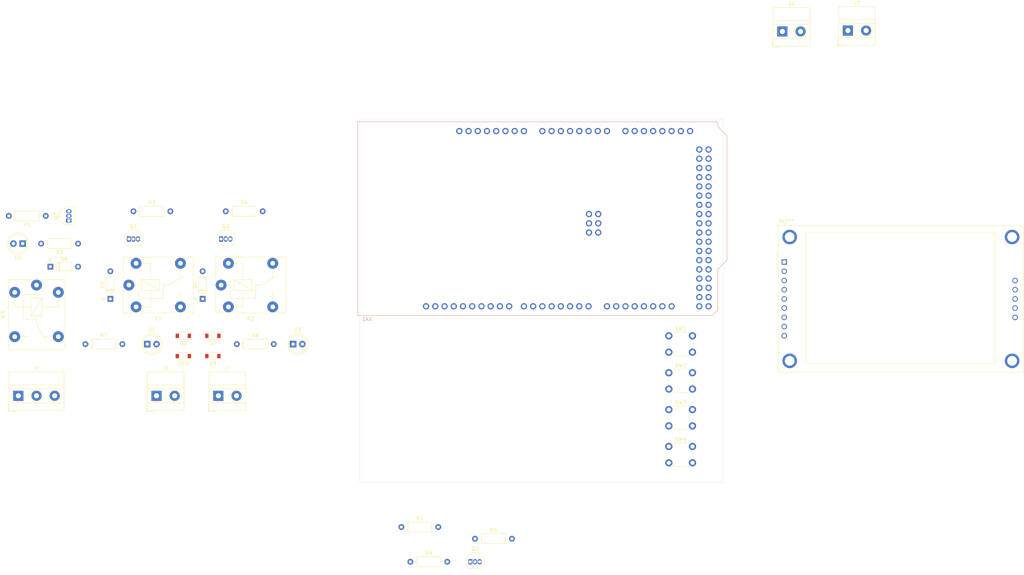
<source format=kicad_pcb>
(kicad_pcb (version 20171130) (host pcbnew 5.1.8)

  (general
    (thickness 1.6)
    (drawings 4)
    (tracks 0)
    (zones 0)
    (modules 37)
    (nets 107)
  )

  (page A3)
  (title_block
    (date 2020-10-16)
  )

  (layers
    (0 F.Cu jumper)
    (31 B.Cu signal)
    (32 B.Adhes user)
    (33 F.Adhes user)
    (34 B.Paste user)
    (35 F.Paste user)
    (36 B.SilkS user)
    (37 F.SilkS user)
    (38 B.Mask user)
    (39 F.Mask user)
    (40 Dwgs.User user)
    (41 Cmts.User user)
    (42 Eco1.User user)
    (43 Eco2.User user)
    (44 Edge.Cuts user)
    (45 Margin user)
    (46 B.CrtYd user)
    (47 F.CrtYd user)
    (48 B.Fab user)
    (49 F.Fab user)
  )

  (setup
    (last_trace_width 0.25)
    (trace_clearance 0.2)
    (zone_clearance 0.508)
    (zone_45_only no)
    (trace_min 0.2)
    (via_size 0.8)
    (via_drill 0.4)
    (via_min_size 0.4)
    (via_min_drill 0.3)
    (uvia_size 0.3)
    (uvia_drill 0.1)
    (uvias_allowed no)
    (uvia_min_size 0.2)
    (uvia_min_drill 0.1)
    (edge_width 0.05)
    (segment_width 0.2)
    (pcb_text_width 0.3)
    (pcb_text_size 1.5 1.5)
    (mod_edge_width 0.12)
    (mod_text_size 1 1)
    (mod_text_width 0.15)
    (pad_size 1.524 1.524)
    (pad_drill 0.762)
    (pad_to_mask_clearance 0.05)
    (aux_axis_origin 0 0)
    (visible_elements FEFFFF7F)
    (pcbplotparams
      (layerselection 0x010fc_ffffffff)
      (usegerberextensions false)
      (usegerberattributes true)
      (usegerberadvancedattributes true)
      (creategerberjobfile true)
      (excludeedgelayer true)
      (linewidth 0.100000)
      (plotframeref false)
      (viasonmask false)
      (mode 1)
      (useauxorigin false)
      (hpglpennumber 1)
      (hpglpenspeed 20)
      (hpglpendiameter 15.000000)
      (psnegative false)
      (psa4output false)
      (plotreference true)
      (plotvalue true)
      (plotinvisibletext false)
      (padsonsilk false)
      (subtractmaskfromsilk false)
      (outputformat 1)
      (mirror false)
      (drillshape 1)
      (scaleselection 1)
      (outputdirectory ""))
  )

  (net 0 "")
  (net 1 "Net-(D2-Pad2)")
  (net 2 +5V)
  (net 3 "Net-(D6-Pad2)")
  (net 4 "Net-(D7-Pad2)")
  (net 5 "Net-(D7-Pad1)")
  (net 6 "Net-(D10-Pad2)")
  (net 7 "Net-(D10-Pad1)")
  (net 8 "Net-(J1-Pad1)")
  (net 9 "Net-(J1-Pad2)")
  (net 10 GND)
  (net 11 "Net-(Q1-Pad2)")
  (net 12 "Net-(Q2-Pad2)")
  (net 13 "Net-(Q3-Pad2)")
  (net 14 "Net-(Q4-Pad1)")
  (net 15 "Net-(Q4-Pad2)")
  (net 16 "Net-(D1-Pad1)")
  (net 17 "Net-(D3-Pad1)")
  (net 18 "Net-(J1-Pad3)")
  (net 19 /DoorPositionUp)
  (net 20 /DoorPositionDown)
  (net 21 /IndoorLighting)
  (net 22 /Motor_Up)
  (net 23 /Motor_Down)
  (net 24 /TFT_reset)
  (net 25 /TFT_Dimming)
  (net 26 "Net-(XA1-PadMISO)")
  (net 27 "Net-(XA1-PadD53)")
  (net 28 /TFT_SPI_Clock)
  (net 29 /TFT_SPI_MOSI)
  (net 30 "Net-(XA1-PadD50)")
  (net 31 "Net-(XA1-PadD49)")
  (net 32 "Net-(XA1-PadD48)")
  (net 33 "Net-(XA1-PadD47)")
  (net 34 "Net-(XA1-PadD46)")
  (net 35 "Net-(XA1-PadD45)")
  (net 36 "Net-(XA1-PadD44)")
  (net 37 "Net-(XA1-PadD43)")
  (net 38 "Net-(XA1-PadD42)")
  (net 39 "Net-(XA1-PadD41)")
  (net 40 "Net-(XA1-PadD40)")
  (net 41 "Net-(XA1-PadD39)")
  (net 42 "Net-(XA1-PadD38)")
  (net 43 "Net-(XA1-PadD37)")
  (net 44 "Net-(XA1-PadD36)")
  (net 45 "Net-(XA1-PadD35)")
  (net 46 "Net-(XA1-PadD34)")
  (net 47 "Net-(XA1-PadD33)")
  (net 48 "Net-(XA1-PadD32)")
  (net 49 "Net-(XA1-PadD31)")
  (net 50 "Net-(XA1-PadD30)")
  (net 51 "Net-(XA1-PadD29)")
  (net 52 "Net-(XA1-PadD28)")
  (net 53 /SW_DownButton)
  (net 54 /SW_UpButton)
  (net 55 /SW_EnterButton)
  (net 56 /SW_BackButton)
  (net 57 "Net-(XA1-Pad5V4)")
  (net 58 "Net-(XA1-Pad5V3)")
  (net 59 "Net-(XA1-PadA15)")
  (net 60 "Net-(XA1-PadA14)")
  (net 61 "Net-(XA1-PadA13)")
  (net 62 "Net-(XA1-PadA12)")
  (net 63 "Net-(XA1-PadA11)")
  (net 64 "Net-(XA1-PadA10)")
  (net 65 "Net-(XA1-PadA9)")
  (net 66 "Net-(XA1-PadA8)")
  (net 67 "Net-(XA1-PadA7)")
  (net 68 "Net-(XA1-PadA6)")
  (net 69 "Net-(XA1-PadA5)")
  (net 70 "Net-(XA1-PadA4)")
  (net 71 "Net-(XA1-PadA3)")
  (net 72 "Net-(XA1-PadA2)")
  (net 73 "Net-(XA1-PadA1)")
  (net 74 "Net-(XA1-PadD11)")
  (net 75 "Net-(XA1-PadD12)")
  (net 76 "Net-(XA1-PadD13)")
  (net 77 "Net-(XA1-PadAREF)")
  (net 78 "Net-(XA1-PadSDA)")
  (net 79 "Net-(XA1-PadSCL)")
  (net 80 /TFT_CS)
  (net 81 /TFT_DataOrCommand)
  (net 82 "Net-(XA1-PadD3)")
  (net 83 "Net-(XA1-PadD2)")
  (net 84 "Net-(XA1-PadD1)")
  (net 85 "Net-(XA1-PadD0)")
  (net 86 "Net-(XA1-PadD14)")
  (net 87 "Net-(XA1-PadD15)")
  (net 88 "Net-(XA1-PadD16)")
  (net 89 "Net-(XA1-PadD17)")
  (net 90 "Net-(XA1-PadD18)")
  (net 91 "Net-(XA1-PadD19)")
  (net 92 /RTC_SDA)
  (net 93 /RTC_SCL)
  (net 94 "Net-(XA1-PadIORF)")
  (net 95 "Net-(XA1-PadRST1)")
  (net 96 +3V3)
  (net 97 "Net-(XA1-PadVIN)")
  (net 98 "Net-(XA1-PadA0)")
  (net 99 "Net-(XA1-Pad5V2)")
  (net 100 "Net-(XA1-PadSCK)")
  (net 101 "Net-(XA1-PadMOSI)")
  (net 102 "Net-(XA1-PadGND4)")
  (net 103 "Net-(XA1-PadRST2)")
  (net 104 "Net-(D4-Pad2)")
  (net 105 "Net-(D5-Pad1)")
  (net 106 "Net-(J6-Pad15)")

  (net_class Default "This is the default net class."
    (clearance 0.2)
    (trace_width 0.25)
    (via_dia 0.8)
    (via_drill 0.4)
    (uvia_dia 0.3)
    (uvia_drill 0.1)
    (add_net +3V3)
    (add_net +5V)
    (add_net /DoorPositionDown)
    (add_net /DoorPositionUp)
    (add_net /IndoorLighting)
    (add_net /Motor_Down)
    (add_net /Motor_Up)
    (add_net /RTC_SCL)
    (add_net /RTC_SDA)
    (add_net /SW_BackButton)
    (add_net /SW_DownButton)
    (add_net /SW_EnterButton)
    (add_net /SW_UpButton)
    (add_net /TFT_CS)
    (add_net /TFT_DataOrCommand)
    (add_net /TFT_Dimming)
    (add_net /TFT_SPI_Clock)
    (add_net /TFT_SPI_MOSI)
    (add_net /TFT_reset)
    (add_net GND)
    (add_net "Net-(D1-Pad1)")
    (add_net "Net-(D10-Pad1)")
    (add_net "Net-(D10-Pad2)")
    (add_net "Net-(D2-Pad2)")
    (add_net "Net-(D3-Pad1)")
    (add_net "Net-(D4-Pad2)")
    (add_net "Net-(D5-Pad1)")
    (add_net "Net-(D6-Pad2)")
    (add_net "Net-(D7-Pad1)")
    (add_net "Net-(D7-Pad2)")
    (add_net "Net-(J1-Pad1)")
    (add_net "Net-(J1-Pad2)")
    (add_net "Net-(J1-Pad3)")
    (add_net "Net-(J6-Pad15)")
    (add_net "Net-(Q1-Pad2)")
    (add_net "Net-(Q2-Pad2)")
    (add_net "Net-(Q3-Pad2)")
    (add_net "Net-(Q4-Pad1)")
    (add_net "Net-(Q4-Pad2)")
    (add_net "Net-(XA1-Pad5V2)")
    (add_net "Net-(XA1-Pad5V3)")
    (add_net "Net-(XA1-Pad5V4)")
    (add_net "Net-(XA1-PadA0)")
    (add_net "Net-(XA1-PadA1)")
    (add_net "Net-(XA1-PadA10)")
    (add_net "Net-(XA1-PadA11)")
    (add_net "Net-(XA1-PadA12)")
    (add_net "Net-(XA1-PadA13)")
    (add_net "Net-(XA1-PadA14)")
    (add_net "Net-(XA1-PadA15)")
    (add_net "Net-(XA1-PadA2)")
    (add_net "Net-(XA1-PadA3)")
    (add_net "Net-(XA1-PadA4)")
    (add_net "Net-(XA1-PadA5)")
    (add_net "Net-(XA1-PadA6)")
    (add_net "Net-(XA1-PadA7)")
    (add_net "Net-(XA1-PadA8)")
    (add_net "Net-(XA1-PadA9)")
    (add_net "Net-(XA1-PadAREF)")
    (add_net "Net-(XA1-PadD0)")
    (add_net "Net-(XA1-PadD1)")
    (add_net "Net-(XA1-PadD11)")
    (add_net "Net-(XA1-PadD12)")
    (add_net "Net-(XA1-PadD13)")
    (add_net "Net-(XA1-PadD14)")
    (add_net "Net-(XA1-PadD15)")
    (add_net "Net-(XA1-PadD16)")
    (add_net "Net-(XA1-PadD17)")
    (add_net "Net-(XA1-PadD18)")
    (add_net "Net-(XA1-PadD19)")
    (add_net "Net-(XA1-PadD2)")
    (add_net "Net-(XA1-PadD28)")
    (add_net "Net-(XA1-PadD29)")
    (add_net "Net-(XA1-PadD3)")
    (add_net "Net-(XA1-PadD30)")
    (add_net "Net-(XA1-PadD31)")
    (add_net "Net-(XA1-PadD32)")
    (add_net "Net-(XA1-PadD33)")
    (add_net "Net-(XA1-PadD34)")
    (add_net "Net-(XA1-PadD35)")
    (add_net "Net-(XA1-PadD36)")
    (add_net "Net-(XA1-PadD37)")
    (add_net "Net-(XA1-PadD38)")
    (add_net "Net-(XA1-PadD39)")
    (add_net "Net-(XA1-PadD40)")
    (add_net "Net-(XA1-PadD41)")
    (add_net "Net-(XA1-PadD42)")
    (add_net "Net-(XA1-PadD43)")
    (add_net "Net-(XA1-PadD44)")
    (add_net "Net-(XA1-PadD45)")
    (add_net "Net-(XA1-PadD46)")
    (add_net "Net-(XA1-PadD47)")
    (add_net "Net-(XA1-PadD48)")
    (add_net "Net-(XA1-PadD49)")
    (add_net "Net-(XA1-PadD50)")
    (add_net "Net-(XA1-PadD53)")
    (add_net "Net-(XA1-PadGND4)")
    (add_net "Net-(XA1-PadIORF)")
    (add_net "Net-(XA1-PadMISO)")
    (add_net "Net-(XA1-PadMOSI)")
    (add_net "Net-(XA1-PadRST1)")
    (add_net "Net-(XA1-PadRST2)")
    (add_net "Net-(XA1-PadSCK)")
    (add_net "Net-(XA1-PadSCL)")
    (add_net "Net-(XA1-PadSDA)")
    (add_net "Net-(XA1-PadVIN)")
  )

  (module Package_TO_SOT_THT:TO-92_Inline (layer F.Cu) (tedit 5A1DD157) (tstamp 5F9EF8B0)
    (at 30.48 121.92)
    (descr "TO-92 leads in-line, narrow, oval pads, drill 0.75mm (see NXP sot054_po.pdf)")
    (tags "to-92 sc-43 sc-43a sot54 PA33 transistor")
    (path /5F9FA10A)
    (fp_text reference Q4 (at 1.27 -3.56) (layer F.SilkS)
      (effects (font (size 1 1) (thickness 0.15)))
    )
    (fp_text value BC557 (at 1.27 2.79) (layer F.Fab)
      (effects (font (size 1 1) (thickness 0.15)))
    )
    (fp_line (start 4 2.01) (end -1.46 2.01) (layer F.CrtYd) (width 0.05))
    (fp_line (start 4 2.01) (end 4 -2.73) (layer F.CrtYd) (width 0.05))
    (fp_line (start -1.46 -2.73) (end -1.46 2.01) (layer F.CrtYd) (width 0.05))
    (fp_line (start -1.46 -2.73) (end 4 -2.73) (layer F.CrtYd) (width 0.05))
    (fp_line (start -0.5 1.75) (end 3 1.75) (layer F.Fab) (width 0.1))
    (fp_line (start -0.53 1.85) (end 3.07 1.85) (layer F.SilkS) (width 0.12))
    (fp_arc (start 1.27 0) (end 1.27 -2.6) (angle 135) (layer F.SilkS) (width 0.12))
    (fp_arc (start 1.27 0) (end 1.27 -2.48) (angle -135) (layer F.Fab) (width 0.1))
    (fp_arc (start 1.27 0) (end 1.27 -2.6) (angle -135) (layer F.SilkS) (width 0.12))
    (fp_arc (start 1.27 0) (end 1.27 -2.48) (angle 135) (layer F.Fab) (width 0.1))
    (fp_text user %R (at 1.27 0) (layer F.Fab)
      (effects (font (size 1 1) (thickness 0.15)))
    )
    (pad 1 thru_hole rect (at 0 0) (size 1.05 1.5) (drill 0.75) (layers *.Cu *.Mask)
      (net 14 "Net-(Q4-Pad1)"))
    (pad 3 thru_hole oval (at 2.54 0) (size 1.05 1.5) (drill 0.75) (layers *.Cu *.Mask)
      (net 2 +5V))
    (pad 2 thru_hole oval (at 1.27 0) (size 1.05 1.5) (drill 0.75) (layers *.Cu *.Mask)
      (net 15 "Net-(Q4-Pad2)"))
    (model ${KISYS3DMOD}/Package_TO_SOT_THT.3dshapes/TO-92_Inline.wrl
      (at (xyz 0 0 0))
      (scale (xyz 1 1 1))
      (rotate (xyz 0 0 0))
    )
  )

  (module Display:CR2013-MI2120 (layer F.Cu) (tedit 5A02FE80) (tstamp 5F9F0E3A)
    (at 116.84 39.37)
    (descr "CR2013-MI2120 ILI9341 LCD Breakout http://pan.baidu.com/s/11Y990")
    (tags "CR2013-MI2120 ILI9341 LCD Breakout")
    (fp_text reference REF** (at 0.59 -11.18) (layer F.SilkS)
      (effects (font (size 1 1) (thickness 0.15)))
    )
    (fp_text value CR2013-MI2120 (at 4.66 31.47) (layer F.Fab)
      (effects (font (size 1 1) (thickness 0.15)))
    )
    (fp_line (start 6 -8) (end 58 -8) (layer F.SilkS) (width 0.12))
    (fp_line (start 58 -8) (end 58 28) (layer F.SilkS) (width 0.12))
    (fp_line (start 58 28) (end 6 28) (layer F.SilkS) (width 0.12))
    (fp_line (start 6 28) (end 6 -8) (layer F.SilkS) (width 0.12))
    (fp_line (start -1.5 1) (end -0.5 0) (layer F.Fab) (width 0.1))
    (fp_line (start -0.5 0) (end -1.5 -1) (layer F.Fab) (width 0.1))
    (fp_line (start -1.5 -1) (end -1.5 -9.89) (layer F.Fab) (width 0.1))
    (fp_line (start -2 -3) (end -2 2) (layer F.SilkS) (width 0.12))
    (fp_line (start -1.75 -10.14) (end 65.95 -10.14) (layer F.CrtYd) (width 0.05))
    (fp_line (start 65.95 -10.14) (end 65.95 30.46) (layer F.CrtYd) (width 0.05))
    (fp_line (start 65.95 30.46) (end -1.75 30.46) (layer F.CrtYd) (width 0.05))
    (fp_line (start -1.75 30.46) (end -1.75 -10.14) (layer F.CrtYd) (width 0.05))
    (fp_line (start -1.62 -10.01) (end 65.82 -10.01) (layer F.SilkS) (width 0.12))
    (fp_line (start 65.82 -10.01) (end 65.82 30.33) (layer F.SilkS) (width 0.12))
    (fp_line (start 65.82 30.33) (end -1.62 30.33) (layer F.SilkS) (width 0.12))
    (fp_line (start -1.62 30.33) (end -1.62 -10.01) (layer F.SilkS) (width 0.12))
    (fp_line (start -1.5 -9.89) (end 65.7 -9.89) (layer F.Fab) (width 0.1))
    (fp_line (start 65.7 -9.89) (end 65.7 30.21) (layer F.Fab) (width 0.1))
    (fp_line (start 65.7 30.21) (end -1.5 30.21) (layer F.Fab) (width 0.1))
    (fp_line (start -1.5 30.21) (end -1.5 1) (layer F.Fab) (width 0.1))
    (fp_text user %R (at 31.58 9.55) (layer F.Fab)
      (effects (font (size 1 1) (thickness 0.15)))
    )
    (pad "" thru_hole circle (at 1.5 27.21) (size 4 4) (drill 2.7) (layers *.Cu *.Mask))
    (pad "" thru_hole circle (at 62.7 27.21) (size 4 4) (drill 2.7) (layers *.Cu *.Mask))
    (pad "" thru_hole circle (at 62.7 -6.89) (size 4 4) (drill 2.7) (layers *.Cu *.Mask))
    (pad "" thru_hole circle (at 1.5 -6.89) (size 4 4) (drill 2.7) (layers *.Cu *.Mask))
    (pad 14 thru_hole circle (at 63.52 15.24) (size 1.5 1.5) (drill 1) (layers *.Cu *.Mask))
    (pad 13 thru_hole circle (at 63.52 12.7) (size 1.5 1.5) (drill 1) (layers *.Cu *.Mask))
    (pad 12 thru_hole circle (at 63.52 10.16) (size 1.5 1.5) (drill 1) (layers *.Cu *.Mask))
    (pad 11 thru_hole circle (at 63.52 7.62) (size 1.5 1.5) (drill 1) (layers *.Cu *.Mask))
    (pad 10 thru_hole circle (at 63.52 5.08) (size 1.5 1.5) (drill 1) (layers *.Cu *.Mask))
    (pad 9 thru_hole circle (at 0 20.32) (size 1.5 1.5) (drill 1) (layers *.Cu *.Mask))
    (pad 8 thru_hole circle (at 0 17.78) (size 1.5 1.5) (drill 1) (layers *.Cu *.Mask))
    (pad 7 thru_hole circle (at 0 15.24) (size 1.5 1.5) (drill 1) (layers *.Cu *.Mask))
    (pad 6 thru_hole circle (at 0 12.7) (size 1.5 1.5) (drill 1) (layers *.Cu *.Mask))
    (pad 5 thru_hole circle (at 0 10.16) (size 1.5 1.5) (drill 1) (layers *.Cu *.Mask))
    (pad 4 thru_hole circle (at 0 7.62) (size 1.5 1.5) (drill 1) (layers *.Cu *.Mask))
    (pad 3 thru_hole circle (at 0 5.08) (size 1.5 1.5) (drill 1) (layers *.Cu *.Mask))
    (pad 2 thru_hole circle (at 0 2.54) (size 1.5 1.5) (drill 1) (layers *.Cu *.Mask))
    (pad 1 thru_hole rect (at 0 0) (size 1.5 1.5) (drill 1) (layers *.Cu *.Mask))
    (model ${KISYS3DMOD}/Display.3dshapes/CR2013-MI2120.wrl
      (at (xyz 0 0 0))
      (scale (xyz 1 1 1))
      (rotate (xyz 0 0 0))
    )
  )

  (module Relay_THT:Relay_SPDT_Finder_36.11 (layer F.Cu) (tedit 5D3F5A07) (tstamp 5F9EC01E)
    (at -88.9 45.72 270)
    (descr "FINDER 36.11, SPDT relay, 10A, https://gfinder.findernet.com/public/attachments/36/EN/S36EN.pdf")
    (tags "spdt relay")
    (path /5F99D2FC)
    (fp_text reference K3 (at 8.1 9.2 90) (layer F.SilkS)
      (effects (font (size 1 1) (thickness 0.15)))
    )
    (fp_text value FINDER-36.11 (at 8 -9.6 90) (layer F.Fab)
      (effects (font (size 1 1) (thickness 0.15)))
    )
    (fp_line (start -1.5 1.2) (end -1.5 7.7) (layer F.SilkS) (width 0.12))
    (fp_line (start -1.5 -7.7) (end -1.5 -1.2) (layer F.SilkS) (width 0.12))
    (fp_line (start -1.5 -7.7) (end 17.7 -7.7) (layer F.SilkS) (width 0.12))
    (fp_line (start 17.7 -7.7) (end 17.7 7.7) (layer F.SilkS) (width 0.12))
    (fp_line (start 17.7 7.7) (end -1.5 7.7) (layer F.SilkS) (width 0.12))
    (fp_line (start -1.4 -7.6) (end 17.6 -7.6) (layer F.Fab) (width 0.1))
    (fp_line (start 17.6 -7.6) (end 17.6 7.6) (layer F.Fab) (width 0.1))
    (fp_line (start 17.6 7.6) (end -1.4 7.6) (layer F.Fab) (width 0.1))
    (fp_line (start -1.4 7.6) (end -1.4 -7.6) (layer F.Fab) (width 0.1))
    (fp_line (start 17.85 -7.85) (end -1.75 -7.85) (layer F.CrtYd) (width 0.05))
    (fp_line (start -1.75 7.85) (end -1.75 -7.85) (layer F.CrtYd) (width 0.05))
    (fp_line (start 17.85 -7.85) (end 17.85 7.85) (layer F.CrtYd) (width 0.05))
    (fp_line (start -1.75 7.85) (end 17.85 7.85) (layer F.CrtYd) (width 0.05))
    (fp_line (start 14.2 4.3) (end 14.2 2) (layer F.SilkS) (width 0.12))
    (fp_line (start 14.2 -4.3) (end 14.2 -2) (layer F.SilkS) (width 0.12))
    (fp_line (start 3.7 6) (end 6 6) (layer F.SilkS) (width 0.12))
    (fp_line (start 2.6 0) (end 1.7 0) (layer F.SilkS) (width 0.12))
    (fp_line (start 6 -6) (end 3.7 -6) (layer F.SilkS) (width 0.12))
    (fp_line (start 9.5 0) (end 11 0) (layer F.SilkS) (width 0.12))
    (fp_line (start 11 0) (end 15.5 -2.7) (layer F.SilkS) (width 0.12))
    (fp_line (start 9.5 3.7) (end 2.6 3.7) (layer F.SilkS) (width 0.12))
    (fp_line (start 9.5 0) (end 9.5 3.7) (layer F.SilkS) (width 0.12))
    (fp_line (start 2.6 0) (end 2.6 3.7) (layer F.SilkS) (width 0.12))
    (fp_line (start 6 -6) (end 6 -1.5) (layer F.SilkS) (width 0.12))
    (fp_line (start 6 1.5) (end 6 6) (layer F.SilkS) (width 0.12))
    (fp_line (start 8.5 1.5) (end 3.5 -1.5) (layer F.SilkS) (width 0.12))
    (fp_line (start 3.5 1.5) (end 3.5 -1.5) (layer F.SilkS) (width 0.12))
    (fp_line (start 3.5 -1.5) (end 8.5 -1.5) (layer F.SilkS) (width 0.12))
    (fp_line (start 8.5 -1.5) (end 8.5 1.5) (layer F.SilkS) (width 0.12))
    (fp_line (start 8.5 1.5) (end 3.5 1.5) (layer F.SilkS) (width 0.12))
    (fp_text user %R (at 7.1 0.025 90) (layer F.Fab)
      (effects (font (size 1 1) (thickness 0.15)))
    )
    (pad 11 thru_hole circle (at 0 0 270) (size 3 3) (drill 1.3) (layers *.Cu *.Mask)
      (net 9 "Net-(J1-Pad2)"))
    (pad A2 thru_hole circle (at 2 -6 270) (size 3 3) (drill 1.3) (layers *.Cu *.Mask)
      (net 3 "Net-(D6-Pad2)"))
    (pad 12 thru_hole circle (at 14.2 -6 270) (size 3 3) (drill 1.3) (layers *.Cu *.Mask)
      (net 18 "Net-(J1-Pad3)"))
    (pad 14 thru_hole circle (at 14.2 6 270) (size 3 3) (drill 1.3) (layers *.Cu *.Mask)
      (net 8 "Net-(J1-Pad1)"))
    (pad A1 thru_hole circle (at 2 6 270) (size 3 3) (drill 1.3) (layers *.Cu *.Mask)
      (net 2 +5V))
    (model ${KISYS3DMOD}/Relay_THT.3dshapes/Relay_SPDT_Finder_36.11.wrl
      (at (xyz 0 0 0))
      (scale (xyz 1 1 1))
      (rotate (xyz 0 0 0))
    )
  )

  (module Relay_THT:Relay_SPDT_Finder_36.11 (layer F.Cu) (tedit 5D3F5A07) (tstamp 5F9EBFF6)
    (at -38.1 45.72)
    (descr "FINDER 36.11, SPDT relay, 10A, https://gfinder.findernet.com/public/attachments/36/EN/S36EN.pdf")
    (tags "spdt relay")
    (path /5F99FB9A)
    (fp_text reference K2 (at 8.1 9.2) (layer F.SilkS)
      (effects (font (size 1 1) (thickness 0.15)))
    )
    (fp_text value FINDER-36.11 (at 8 -9.6) (layer F.Fab)
      (effects (font (size 1 1) (thickness 0.15)))
    )
    (fp_line (start -1.5 1.2) (end -1.5 7.7) (layer F.SilkS) (width 0.12))
    (fp_line (start -1.5 -7.7) (end -1.5 -1.2) (layer F.SilkS) (width 0.12))
    (fp_line (start -1.5 -7.7) (end 17.7 -7.7) (layer F.SilkS) (width 0.12))
    (fp_line (start 17.7 -7.7) (end 17.7 7.7) (layer F.SilkS) (width 0.12))
    (fp_line (start 17.7 7.7) (end -1.5 7.7) (layer F.SilkS) (width 0.12))
    (fp_line (start -1.4 -7.6) (end 17.6 -7.6) (layer F.Fab) (width 0.1))
    (fp_line (start 17.6 -7.6) (end 17.6 7.6) (layer F.Fab) (width 0.1))
    (fp_line (start 17.6 7.6) (end -1.4 7.6) (layer F.Fab) (width 0.1))
    (fp_line (start -1.4 7.6) (end -1.4 -7.6) (layer F.Fab) (width 0.1))
    (fp_line (start 17.85 -7.85) (end -1.75 -7.85) (layer F.CrtYd) (width 0.05))
    (fp_line (start -1.75 7.85) (end -1.75 -7.85) (layer F.CrtYd) (width 0.05))
    (fp_line (start 17.85 -7.85) (end 17.85 7.85) (layer F.CrtYd) (width 0.05))
    (fp_line (start -1.75 7.85) (end 17.85 7.85) (layer F.CrtYd) (width 0.05))
    (fp_line (start 14.2 4.3) (end 14.2 2) (layer F.SilkS) (width 0.12))
    (fp_line (start 14.2 -4.3) (end 14.2 -2) (layer F.SilkS) (width 0.12))
    (fp_line (start 3.7 6) (end 6 6) (layer F.SilkS) (width 0.12))
    (fp_line (start 2.6 0) (end 1.7 0) (layer F.SilkS) (width 0.12))
    (fp_line (start 6 -6) (end 3.7 -6) (layer F.SilkS) (width 0.12))
    (fp_line (start 9.5 0) (end 11 0) (layer F.SilkS) (width 0.12))
    (fp_line (start 11 0) (end 15.5 -2.7) (layer F.SilkS) (width 0.12))
    (fp_line (start 9.5 3.7) (end 2.6 3.7) (layer F.SilkS) (width 0.12))
    (fp_line (start 9.5 0) (end 9.5 3.7) (layer F.SilkS) (width 0.12))
    (fp_line (start 2.6 0) (end 2.6 3.7) (layer F.SilkS) (width 0.12))
    (fp_line (start 6 -6) (end 6 -1.5) (layer F.SilkS) (width 0.12))
    (fp_line (start 6 1.5) (end 6 6) (layer F.SilkS) (width 0.12))
    (fp_line (start 8.5 1.5) (end 3.5 -1.5) (layer F.SilkS) (width 0.12))
    (fp_line (start 3.5 1.5) (end 3.5 -1.5) (layer F.SilkS) (width 0.12))
    (fp_line (start 3.5 -1.5) (end 8.5 -1.5) (layer F.SilkS) (width 0.12))
    (fp_line (start 8.5 -1.5) (end 8.5 1.5) (layer F.SilkS) (width 0.12))
    (fp_line (start 8.5 1.5) (end 3.5 1.5) (layer F.SilkS) (width 0.12))
    (fp_text user %R (at 7.1 0.025) (layer F.Fab)
      (effects (font (size 1 1) (thickness 0.15)))
    )
    (pad 11 thru_hole circle (at 0 0) (size 3 3) (drill 1.3) (layers *.Cu *.Mask)
      (net 7 "Net-(D10-Pad1)"))
    (pad A2 thru_hole circle (at 2 -6) (size 3 3) (drill 1.3) (layers *.Cu *.Mask)
      (net 104 "Net-(D4-Pad2)"))
    (pad 12 thru_hole circle (at 14.2 -6) (size 3 3) (drill 1.3) (layers *.Cu *.Mask)
      (net 6 "Net-(D10-Pad2)"))
    (pad 14 thru_hole circle (at 14.2 6) (size 3 3) (drill 1.3) (layers *.Cu *.Mask)
      (net 5 "Net-(D7-Pad1)"))
    (pad A1 thru_hole circle (at 2 6) (size 3 3) (drill 1.3) (layers *.Cu *.Mask)
      (net 2 +5V))
    (model ${KISYS3DMOD}/Relay_THT.3dshapes/Relay_SPDT_Finder_36.11.wrl
      (at (xyz 0 0 0))
      (scale (xyz 1 1 1))
      (rotate (xyz 0 0 0))
    )
  )

  (module Relay_THT:Relay_SPDT_Finder_36.11 (layer F.Cu) (tedit 5D3F5A07) (tstamp 5F9ED6D5)
    (at -63.5 45.72)
    (descr "FINDER 36.11, SPDT relay, 10A, https://gfinder.findernet.com/public/attachments/36/EN/S36EN.pdf")
    (tags "spdt relay")
    (path /5F99F108)
    (fp_text reference K1 (at 8.1 9.2) (layer F.SilkS)
      (effects (font (size 1 1) (thickness 0.15)))
    )
    (fp_text value FINDER-36.11 (at 8 -9.6) (layer F.Fab)
      (effects (font (size 1 1) (thickness 0.15)))
    )
    (fp_line (start -1.5 1.2) (end -1.5 7.7) (layer F.SilkS) (width 0.12))
    (fp_line (start -1.5 -7.7) (end -1.5 -1.2) (layer F.SilkS) (width 0.12))
    (fp_line (start -1.5 -7.7) (end 17.7 -7.7) (layer F.SilkS) (width 0.12))
    (fp_line (start 17.7 -7.7) (end 17.7 7.7) (layer F.SilkS) (width 0.12))
    (fp_line (start 17.7 7.7) (end -1.5 7.7) (layer F.SilkS) (width 0.12))
    (fp_line (start -1.4 -7.6) (end 17.6 -7.6) (layer F.Fab) (width 0.1))
    (fp_line (start 17.6 -7.6) (end 17.6 7.6) (layer F.Fab) (width 0.1))
    (fp_line (start 17.6 7.6) (end -1.4 7.6) (layer F.Fab) (width 0.1))
    (fp_line (start -1.4 7.6) (end -1.4 -7.6) (layer F.Fab) (width 0.1))
    (fp_line (start 17.85 -7.85) (end -1.75 -7.85) (layer F.CrtYd) (width 0.05))
    (fp_line (start -1.75 7.85) (end -1.75 -7.85) (layer F.CrtYd) (width 0.05))
    (fp_line (start 17.85 -7.85) (end 17.85 7.85) (layer F.CrtYd) (width 0.05))
    (fp_line (start -1.75 7.85) (end 17.85 7.85) (layer F.CrtYd) (width 0.05))
    (fp_line (start 14.2 4.3) (end 14.2 2) (layer F.SilkS) (width 0.12))
    (fp_line (start 14.2 -4.3) (end 14.2 -2) (layer F.SilkS) (width 0.12))
    (fp_line (start 3.7 6) (end 6 6) (layer F.SilkS) (width 0.12))
    (fp_line (start 2.6 0) (end 1.7 0) (layer F.SilkS) (width 0.12))
    (fp_line (start 6 -6) (end 3.7 -6) (layer F.SilkS) (width 0.12))
    (fp_line (start 9.5 0) (end 11 0) (layer F.SilkS) (width 0.12))
    (fp_line (start 11 0) (end 15.5 -2.7) (layer F.SilkS) (width 0.12))
    (fp_line (start 9.5 3.7) (end 2.6 3.7) (layer F.SilkS) (width 0.12))
    (fp_line (start 9.5 0) (end 9.5 3.7) (layer F.SilkS) (width 0.12))
    (fp_line (start 2.6 0) (end 2.6 3.7) (layer F.SilkS) (width 0.12))
    (fp_line (start 6 -6) (end 6 -1.5) (layer F.SilkS) (width 0.12))
    (fp_line (start 6 1.5) (end 6 6) (layer F.SilkS) (width 0.12))
    (fp_line (start 8.5 1.5) (end 3.5 -1.5) (layer F.SilkS) (width 0.12))
    (fp_line (start 3.5 1.5) (end 3.5 -1.5) (layer F.SilkS) (width 0.12))
    (fp_line (start 3.5 -1.5) (end 8.5 -1.5) (layer F.SilkS) (width 0.12))
    (fp_line (start 8.5 -1.5) (end 8.5 1.5) (layer F.SilkS) (width 0.12))
    (fp_line (start 8.5 1.5) (end 3.5 1.5) (layer F.SilkS) (width 0.12))
    (fp_text user %R (at 7.1 0.025) (layer F.Fab)
      (effects (font (size 1 1) (thickness 0.15)))
    )
    (pad 11 thru_hole circle (at 0 0) (size 3 3) (drill 1.3) (layers *.Cu *.Mask)
      (net 4 "Net-(D7-Pad2)"))
    (pad A2 thru_hole circle (at 2 -6) (size 3 3) (drill 1.3) (layers *.Cu *.Mask)
      (net 1 "Net-(D2-Pad2)"))
    (pad 12 thru_hole circle (at 14.2 -6) (size 3 3) (drill 1.3) (layers *.Cu *.Mask)
      (net 6 "Net-(D10-Pad2)"))
    (pad 14 thru_hole circle (at 14.2 6) (size 3 3) (drill 1.3) (layers *.Cu *.Mask)
      (net 5 "Net-(D7-Pad1)"))
    (pad A1 thru_hole circle (at 2 6) (size 3 3) (drill 1.3) (layers *.Cu *.Mask)
      (net 2 +5V))
    (model ${KISYS3DMOD}/Relay_THT.3dshapes/Relay_SPDT_Finder_36.11.wrl
      (at (xyz 0 0 0))
      (scale (xyz 1 1 1))
      (rotate (xyz 0 0 0))
    )
  )

  (module Button_Switch_THT:SW_PUSH_6mm_H9.5mm (layer F.Cu) (tedit 5A02FE31) (tstamp 5F97905D)
    (at 85.09 90.17)
    (descr "tactile push button, 6x6mm e.g. PHAP33xx series, height=9.5mm")
    (tags "tact sw push 6mm")
    (path /5F503593)
    (fp_text reference SW4 (at 3.25 -2) (layer F.SilkS)
      (effects (font (size 1 1) (thickness 0.15)))
    )
    (fp_text value SW_Push (at 3.75 6.7) (layer F.Fab)
      (effects (font (size 1 1) (thickness 0.15)))
    )
    (fp_line (start 3.25 -0.75) (end 6.25 -0.75) (layer F.Fab) (width 0.1))
    (fp_line (start 6.25 -0.75) (end 6.25 5.25) (layer F.Fab) (width 0.1))
    (fp_line (start 6.25 5.25) (end 0.25 5.25) (layer F.Fab) (width 0.1))
    (fp_line (start 0.25 5.25) (end 0.25 -0.75) (layer F.Fab) (width 0.1))
    (fp_line (start 0.25 -0.75) (end 3.25 -0.75) (layer F.Fab) (width 0.1))
    (fp_line (start 7.75 6) (end 8 6) (layer F.CrtYd) (width 0.05))
    (fp_line (start 8 6) (end 8 5.75) (layer F.CrtYd) (width 0.05))
    (fp_line (start 7.75 -1.5) (end 8 -1.5) (layer F.CrtYd) (width 0.05))
    (fp_line (start 8 -1.5) (end 8 -1.25) (layer F.CrtYd) (width 0.05))
    (fp_line (start -1.5 -1.25) (end -1.5 -1.5) (layer F.CrtYd) (width 0.05))
    (fp_line (start -1.5 -1.5) (end -1.25 -1.5) (layer F.CrtYd) (width 0.05))
    (fp_line (start -1.5 5.75) (end -1.5 6) (layer F.CrtYd) (width 0.05))
    (fp_line (start -1.5 6) (end -1.25 6) (layer F.CrtYd) (width 0.05))
    (fp_line (start -1.25 -1.5) (end 7.75 -1.5) (layer F.CrtYd) (width 0.05))
    (fp_line (start -1.5 5.75) (end -1.5 -1.25) (layer F.CrtYd) (width 0.05))
    (fp_line (start 7.75 6) (end -1.25 6) (layer F.CrtYd) (width 0.05))
    (fp_line (start 8 -1.25) (end 8 5.75) (layer F.CrtYd) (width 0.05))
    (fp_line (start 1 5.5) (end 5.5 5.5) (layer F.SilkS) (width 0.12))
    (fp_line (start -0.25 1.5) (end -0.25 3) (layer F.SilkS) (width 0.12))
    (fp_line (start 5.5 -1) (end 1 -1) (layer F.SilkS) (width 0.12))
    (fp_line (start 6.75 3) (end 6.75 1.5) (layer F.SilkS) (width 0.12))
    (fp_circle (center 3.25 2.25) (end 1.25 2.5) (layer F.Fab) (width 0.1))
    (fp_text user %R (at 3.25 2.25) (layer F.Fab)
      (effects (font (size 1 1) (thickness 0.15)))
    )
    (pad 1 thru_hole circle (at 6.5 0 90) (size 2 2) (drill 1.1) (layers *.Cu *.Mask)
      (net 53 /SW_DownButton))
    (pad 2 thru_hole circle (at 6.5 4.5 90) (size 2 2) (drill 1.1) (layers *.Cu *.Mask)
      (net 10 GND))
    (pad 1 thru_hole circle (at 0 0 90) (size 2 2) (drill 1.1) (layers *.Cu *.Mask)
      (net 53 /SW_DownButton))
    (pad 2 thru_hole circle (at 0 4.5 90) (size 2 2) (drill 1.1) (layers *.Cu *.Mask)
      (net 10 GND))
    (model ${KISYS3DMOD}/Button_Switch_THT.3dshapes/SW_PUSH_6mm_H9.5mm.wrl
      (at (xyz 0 0 0))
      (scale (xyz 1 1 1))
      (rotate (xyz 0 0 0))
    )
  )

  (module Button_Switch_THT:SW_PUSH_6mm_H9.5mm (layer F.Cu) (tedit 5A02FE31) (tstamp 5F97903E)
    (at 85.09 80.01)
    (descr "tactile push button, 6x6mm e.g. PHAP33xx series, height=9.5mm")
    (tags "tact sw push 6mm")
    (path /5F503140)
    (fp_text reference SW3 (at 3.25 -2) (layer F.SilkS)
      (effects (font (size 1 1) (thickness 0.15)))
    )
    (fp_text value SW_Push (at 3.75 6.7) (layer F.Fab)
      (effects (font (size 1 1) (thickness 0.15)))
    )
    (fp_line (start 3.25 -0.75) (end 6.25 -0.75) (layer F.Fab) (width 0.1))
    (fp_line (start 6.25 -0.75) (end 6.25 5.25) (layer F.Fab) (width 0.1))
    (fp_line (start 6.25 5.25) (end 0.25 5.25) (layer F.Fab) (width 0.1))
    (fp_line (start 0.25 5.25) (end 0.25 -0.75) (layer F.Fab) (width 0.1))
    (fp_line (start 0.25 -0.75) (end 3.25 -0.75) (layer F.Fab) (width 0.1))
    (fp_line (start 7.75 6) (end 8 6) (layer F.CrtYd) (width 0.05))
    (fp_line (start 8 6) (end 8 5.75) (layer F.CrtYd) (width 0.05))
    (fp_line (start 7.75 -1.5) (end 8 -1.5) (layer F.CrtYd) (width 0.05))
    (fp_line (start 8 -1.5) (end 8 -1.25) (layer F.CrtYd) (width 0.05))
    (fp_line (start -1.5 -1.25) (end -1.5 -1.5) (layer F.CrtYd) (width 0.05))
    (fp_line (start -1.5 -1.5) (end -1.25 -1.5) (layer F.CrtYd) (width 0.05))
    (fp_line (start -1.5 5.75) (end -1.5 6) (layer F.CrtYd) (width 0.05))
    (fp_line (start -1.5 6) (end -1.25 6) (layer F.CrtYd) (width 0.05))
    (fp_line (start -1.25 -1.5) (end 7.75 -1.5) (layer F.CrtYd) (width 0.05))
    (fp_line (start -1.5 5.75) (end -1.5 -1.25) (layer F.CrtYd) (width 0.05))
    (fp_line (start 7.75 6) (end -1.25 6) (layer F.CrtYd) (width 0.05))
    (fp_line (start 8 -1.25) (end 8 5.75) (layer F.CrtYd) (width 0.05))
    (fp_line (start 1 5.5) (end 5.5 5.5) (layer F.SilkS) (width 0.12))
    (fp_line (start -0.25 1.5) (end -0.25 3) (layer F.SilkS) (width 0.12))
    (fp_line (start 5.5 -1) (end 1 -1) (layer F.SilkS) (width 0.12))
    (fp_line (start 6.75 3) (end 6.75 1.5) (layer F.SilkS) (width 0.12))
    (fp_circle (center 3.25 2.25) (end 1.25 2.5) (layer F.Fab) (width 0.1))
    (fp_text user %R (at 3.25 2.25) (layer F.Fab)
      (effects (font (size 1 1) (thickness 0.15)))
    )
    (pad 1 thru_hole circle (at 6.5 0 90) (size 2 2) (drill 1.1) (layers *.Cu *.Mask)
      (net 54 /SW_UpButton))
    (pad 2 thru_hole circle (at 6.5 4.5 90) (size 2 2) (drill 1.1) (layers *.Cu *.Mask)
      (net 10 GND))
    (pad 1 thru_hole circle (at 0 0 90) (size 2 2) (drill 1.1) (layers *.Cu *.Mask)
      (net 54 /SW_UpButton))
    (pad 2 thru_hole circle (at 0 4.5 90) (size 2 2) (drill 1.1) (layers *.Cu *.Mask)
      (net 10 GND))
    (model ${KISYS3DMOD}/Button_Switch_THT.3dshapes/SW_PUSH_6mm_H9.5mm.wrl
      (at (xyz 0 0 0))
      (scale (xyz 1 1 1))
      (rotate (xyz 0 0 0))
    )
  )

  (module Button_Switch_THT:SW_PUSH_6mm_H9.5mm (layer F.Cu) (tedit 5A02FE31) (tstamp 5F9EF0A1)
    (at 85.09 69.85)
    (descr "tactile push button, 6x6mm e.g. PHAP33xx series, height=9.5mm")
    (tags "tact sw push 6mm")
    (path /5F502C2D)
    (fp_text reference SW2 (at 3.25 -2) (layer F.SilkS)
      (effects (font (size 1 1) (thickness 0.15)))
    )
    (fp_text value SW_Push (at 3.75 6.7) (layer F.Fab)
      (effects (font (size 1 1) (thickness 0.15)))
    )
    (fp_line (start 3.25 -0.75) (end 6.25 -0.75) (layer F.Fab) (width 0.1))
    (fp_line (start 6.25 -0.75) (end 6.25 5.25) (layer F.Fab) (width 0.1))
    (fp_line (start 6.25 5.25) (end 0.25 5.25) (layer F.Fab) (width 0.1))
    (fp_line (start 0.25 5.25) (end 0.25 -0.75) (layer F.Fab) (width 0.1))
    (fp_line (start 0.25 -0.75) (end 3.25 -0.75) (layer F.Fab) (width 0.1))
    (fp_line (start 7.75 6) (end 8 6) (layer F.CrtYd) (width 0.05))
    (fp_line (start 8 6) (end 8 5.75) (layer F.CrtYd) (width 0.05))
    (fp_line (start 7.75 -1.5) (end 8 -1.5) (layer F.CrtYd) (width 0.05))
    (fp_line (start 8 -1.5) (end 8 -1.25) (layer F.CrtYd) (width 0.05))
    (fp_line (start -1.5 -1.25) (end -1.5 -1.5) (layer F.CrtYd) (width 0.05))
    (fp_line (start -1.5 -1.5) (end -1.25 -1.5) (layer F.CrtYd) (width 0.05))
    (fp_line (start -1.5 5.75) (end -1.5 6) (layer F.CrtYd) (width 0.05))
    (fp_line (start -1.5 6) (end -1.25 6) (layer F.CrtYd) (width 0.05))
    (fp_line (start -1.25 -1.5) (end 7.75 -1.5) (layer F.CrtYd) (width 0.05))
    (fp_line (start -1.5 5.75) (end -1.5 -1.25) (layer F.CrtYd) (width 0.05))
    (fp_line (start 7.75 6) (end -1.25 6) (layer F.CrtYd) (width 0.05))
    (fp_line (start 8 -1.25) (end 8 5.75) (layer F.CrtYd) (width 0.05))
    (fp_line (start 1 5.5) (end 5.5 5.5) (layer F.SilkS) (width 0.12))
    (fp_line (start -0.25 1.5) (end -0.25 3) (layer F.SilkS) (width 0.12))
    (fp_line (start 5.5 -1) (end 1 -1) (layer F.SilkS) (width 0.12))
    (fp_line (start 6.75 3) (end 6.75 1.5) (layer F.SilkS) (width 0.12))
    (fp_circle (center 3.25 2.25) (end 1.25 2.5) (layer F.Fab) (width 0.1))
    (fp_text user %R (at 3.25 2.25) (layer F.Fab)
      (effects (font (size 1 1) (thickness 0.15)))
    )
    (pad 1 thru_hole circle (at 6.5 0 90) (size 2 2) (drill 1.1) (layers *.Cu *.Mask)
      (net 55 /SW_EnterButton))
    (pad 2 thru_hole circle (at 6.5 4.5 90) (size 2 2) (drill 1.1) (layers *.Cu *.Mask)
      (net 10 GND))
    (pad 1 thru_hole circle (at 0 0 90) (size 2 2) (drill 1.1) (layers *.Cu *.Mask)
      (net 55 /SW_EnterButton))
    (pad 2 thru_hole circle (at 0 4.5 90) (size 2 2) (drill 1.1) (layers *.Cu *.Mask)
      (net 10 GND))
    (model ${KISYS3DMOD}/Button_Switch_THT.3dshapes/SW_PUSH_6mm_H9.5mm.wrl
      (at (xyz 0 0 0))
      (scale (xyz 1 1 1))
      (rotate (xyz 0 0 0))
    )
  )

  (module Button_Switch_THT:SW_PUSH_6mm_H9.5mm (layer F.Cu) (tedit 5A02FE31) (tstamp 5F979000)
    (at 85.09 59.69)
    (descr "tactile push button, 6x6mm e.g. PHAP33xx series, height=9.5mm")
    (tags "tact sw push 6mm")
    (path /5F501674)
    (fp_text reference SW1 (at 3.25 -2) (layer F.SilkS)
      (effects (font (size 1 1) (thickness 0.15)))
    )
    (fp_text value SW_Push (at 3.75 6.7) (layer F.Fab)
      (effects (font (size 1 1) (thickness 0.15)))
    )
    (fp_line (start 3.25 -0.75) (end 6.25 -0.75) (layer F.Fab) (width 0.1))
    (fp_line (start 6.25 -0.75) (end 6.25 5.25) (layer F.Fab) (width 0.1))
    (fp_line (start 6.25 5.25) (end 0.25 5.25) (layer F.Fab) (width 0.1))
    (fp_line (start 0.25 5.25) (end 0.25 -0.75) (layer F.Fab) (width 0.1))
    (fp_line (start 0.25 -0.75) (end 3.25 -0.75) (layer F.Fab) (width 0.1))
    (fp_line (start 7.75 6) (end 8 6) (layer F.CrtYd) (width 0.05))
    (fp_line (start 8 6) (end 8 5.75) (layer F.CrtYd) (width 0.05))
    (fp_line (start 7.75 -1.5) (end 8 -1.5) (layer F.CrtYd) (width 0.05))
    (fp_line (start 8 -1.5) (end 8 -1.25) (layer F.CrtYd) (width 0.05))
    (fp_line (start -1.5 -1.25) (end -1.5 -1.5) (layer F.CrtYd) (width 0.05))
    (fp_line (start -1.5 -1.5) (end -1.25 -1.5) (layer F.CrtYd) (width 0.05))
    (fp_line (start -1.5 5.75) (end -1.5 6) (layer F.CrtYd) (width 0.05))
    (fp_line (start -1.5 6) (end -1.25 6) (layer F.CrtYd) (width 0.05))
    (fp_line (start -1.25 -1.5) (end 7.75 -1.5) (layer F.CrtYd) (width 0.05))
    (fp_line (start -1.5 5.75) (end -1.5 -1.25) (layer F.CrtYd) (width 0.05))
    (fp_line (start 7.75 6) (end -1.25 6) (layer F.CrtYd) (width 0.05))
    (fp_line (start 8 -1.25) (end 8 5.75) (layer F.CrtYd) (width 0.05))
    (fp_line (start 1 5.5) (end 5.5 5.5) (layer F.SilkS) (width 0.12))
    (fp_line (start -0.25 1.5) (end -0.25 3) (layer F.SilkS) (width 0.12))
    (fp_line (start 5.5 -1) (end 1 -1) (layer F.SilkS) (width 0.12))
    (fp_line (start 6.75 3) (end 6.75 1.5) (layer F.SilkS) (width 0.12))
    (fp_circle (center 3.25 2.25) (end 1.25 2.5) (layer F.Fab) (width 0.1))
    (fp_text user %R (at 3.25 2.25) (layer F.Fab)
      (effects (font (size 1 1) (thickness 0.15)))
    )
    (pad 1 thru_hole circle (at 6.5 0 90) (size 2 2) (drill 1.1) (layers *.Cu *.Mask)
      (net 56 /SW_BackButton))
    (pad 2 thru_hole circle (at 6.5 4.5 90) (size 2 2) (drill 1.1) (layers *.Cu *.Mask)
      (net 10 GND))
    (pad 1 thru_hole circle (at 0 0 90) (size 2 2) (drill 1.1) (layers *.Cu *.Mask)
      (net 56 /SW_BackButton))
    (pad 2 thru_hole circle (at 0 4.5 90) (size 2 2) (drill 1.1) (layers *.Cu *.Mask)
      (net 10 GND))
    (model ${KISYS3DMOD}/Button_Switch_THT.3dshapes/SW_PUSH_6mm_H9.5mm.wrl
      (at (xyz 0 0 0))
      (scale (xyz 1 1 1))
      (rotate (xyz 0 0 0))
    )
  )

  (module TerminalBlock_MetzConnect:TerminalBlock_MetzConnect_Type011_RT05502HBWC_1x02_P5.00mm_Horizontal (layer F.Cu) (tedit 5B294E99) (tstamp 5F98F372)
    (at -38.862 76.2)
    (descr "terminal block Metz Connect Type011_RT05502HBWC, 2 pins, pitch 5mm, size 10x10.5mm^2, drill diamater 1.4mm, pad diameter 2.8mm, see http://www.metz-connect.com/de/system/files/productfiles/Datenblatt_310111_RT055xxHBLC_OFF-022717S.pdf, script-generated using https://github.com/pointhi/kicad-footprint-generator/scripts/TerminalBlock_MetzConnect")
    (tags "THT terminal block Metz Connect Type011_RT05502HBWC pitch 5mm size 10x10.5mm^2 drill 1.4mm pad 2.8mm")
    (path /5F503A54)
    (fp_text reference J7 (at 2.5 -7.56) (layer F.SilkS)
      (effects (font (size 1 1) (thickness 0.15)))
    )
    (fp_text value Screw_Terminal_01x02 (at 2.5 5.06) (layer F.Fab)
      (effects (font (size 1 1) (thickness 0.15)))
    )
    (fp_line (start 8 -7) (end -3 -7) (layer F.CrtYd) (width 0.05))
    (fp_line (start 8 4.5) (end 8 -7) (layer F.CrtYd) (width 0.05))
    (fp_line (start -3 4.5) (end 8 4.5) (layer F.CrtYd) (width 0.05))
    (fp_line (start -3 -7) (end -3 4.5) (layer F.CrtYd) (width 0.05))
    (fp_line (start -2.8 4.3) (end -0.8 4.3) (layer F.SilkS) (width 0.12))
    (fp_line (start -2.8 2.06) (end -2.8 4.3) (layer F.SilkS) (width 0.12))
    (fp_line (start 3.7 1.083) (end 3.65 1.133) (layer F.SilkS) (width 0.12))
    (fp_line (start 6.133 -1.35) (end 6.108 -1.326) (layer F.SilkS) (width 0.12))
    (fp_line (start 3.892 1.325) (end 3.868 1.35) (layer F.SilkS) (width 0.12))
    (fp_line (start 6.35 -1.133) (end 6.301 -1.083) (layer F.SilkS) (width 0.12))
    (fp_line (start 6.019 -1.214) (end 3.787 1.018) (layer F.Fab) (width 0.1))
    (fp_line (start 6.214 -1.019) (end 3.982 1.214) (layer F.Fab) (width 0.1))
    (fp_line (start 1.019 -1.214) (end -1.214 1.018) (layer F.Fab) (width 0.1))
    (fp_line (start 1.214 -1.019) (end -1.019 1.214) (layer F.Fab) (width 0.1))
    (fp_line (start 7.56 -6.56) (end 7.56 4.06) (layer F.SilkS) (width 0.12))
    (fp_line (start -2.56 -6.56) (end -2.56 4.06) (layer F.SilkS) (width 0.12))
    (fp_line (start -2.56 4.06) (end 7.56 4.06) (layer F.SilkS) (width 0.12))
    (fp_line (start -2.56 -6.56) (end 7.56 -6.56) (layer F.SilkS) (width 0.12))
    (fp_line (start -2.56 -3) (end 7.56 -3) (layer F.SilkS) (width 0.12))
    (fp_line (start -2.5 -3) (end 7.5 -3) (layer F.Fab) (width 0.1))
    (fp_line (start -2.56 -2) (end 7.56 -2) (layer F.SilkS) (width 0.12))
    (fp_line (start -2.5 -2) (end 7.5 -2) (layer F.Fab) (width 0.1))
    (fp_line (start -2.56 2) (end 7.56 2) (layer F.SilkS) (width 0.12))
    (fp_line (start -2.5 2) (end 7.5 2) (layer F.Fab) (width 0.1))
    (fp_line (start -2.5 2) (end -2.5 -6.5) (layer F.Fab) (width 0.1))
    (fp_line (start -0.5 4) (end -2.5 2) (layer F.Fab) (width 0.1))
    (fp_line (start 7.5 4) (end -0.5 4) (layer F.Fab) (width 0.1))
    (fp_line (start 7.5 -6.5) (end 7.5 4) (layer F.Fab) (width 0.1))
    (fp_line (start -2.5 -6.5) (end 7.5 -6.5) (layer F.Fab) (width 0.1))
    (fp_circle (center 5 0) (end 6.78 0) (layer F.SilkS) (width 0.12))
    (fp_circle (center 5 0) (end 6.6 0) (layer F.Fab) (width 0.1))
    (fp_circle (center 0 0) (end 1.6 0) (layer F.Fab) (width 0.1))
    (fp_text user %R (at 2.5 3.25) (layer F.Fab)
      (effects (font (size 1 1) (thickness 0.15)))
    )
    (fp_arc (start 0 0) (end -0.696 1.639) (angle -24) (layer F.SilkS) (width 0.12))
    (fp_arc (start 0 0) (end -1.639 -0.696) (angle -46) (layer F.SilkS) (width 0.12))
    (fp_arc (start 0 0) (end 0.696 -1.639) (angle -46) (layer F.SilkS) (width 0.12))
    (fp_arc (start 0 0) (end 1.639 0.696) (angle -46) (layer F.SilkS) (width 0.12))
    (fp_arc (start 0 0) (end 0 1.78) (angle -23) (layer F.SilkS) (width 0.12))
    (pad 2 thru_hole circle (at 5 0) (size 2.8 2.8) (drill 1.4) (layers *.Cu *.Mask)
      (net 7 "Net-(D10-Pad1)"))
    (pad 1 thru_hole rect (at 0 0) (size 2.8 2.8) (drill 1.4) (layers *.Cu *.Mask)
      (net 4 "Net-(D7-Pad2)"))
    (model ${KISYS3DMOD}/TerminalBlock_MetzConnect.3dshapes/TerminalBlock_MetzConnect_Type011_RT05502HBWC_1x02_P5.00mm_Horizontal.wrl
      (at (xyz 0 0 0))
      (scale (xyz 1 1 1))
      (rotate (xyz 0 0 0))
    )
  )

  (module arduino:Arduino_Mega2560_Shield (layer B.Cu) (tedit 5A8605D3) (tstamp 5F8A0024)
    (at -0.508 0.762)
    (descr https://store.arduino.cc/arduino-mega-2560-rev3)
    (path /5EDD6316)
    (fp_text reference XA1 (at 2.54 54.356) (layer B.SilkS)
      (effects (font (size 1 1) (thickness 0.15)) (justify mirror))
    )
    (fp_text value Arduino_Mega2560_Shield (at 15.494 54.356) (layer B.Fab)
      (effects (font (size 1 1) (thickness 0.15)) (justify mirror))
    )
    (fp_line (start 9.525 32.385) (end -6.35 32.385) (layer F.CrtYd) (width 0.15))
    (fp_line (start 9.525 43.815) (end -6.35 43.815) (layer F.CrtYd) (width 0.15))
    (fp_line (start 9.525 43.815) (end 9.525 32.385) (layer F.CrtYd) (width 0.15))
    (fp_line (start -6.35 43.815) (end -6.35 32.385) (layer F.CrtYd) (width 0.15))
    (fp_line (start 11.43 12.065) (end 11.43 3.175) (layer F.CrtYd) (width 0.15))
    (fp_line (start -1.905 3.175) (end 11.43 3.175) (layer F.CrtYd) (width 0.15))
    (fp_line (start -1.905 12.065) (end -1.905 3.175) (layer F.CrtYd) (width 0.15))
    (fp_line (start -1.905 12.065) (end 11.43 12.065) (layer F.CrtYd) (width 0.15))
    (fp_line (start 0 53.34) (end 0 0) (layer B.SilkS) (width 0.15))
    (fp_line (start 99.06 40.64) (end 99.06 51.816) (layer B.SilkS) (width 0.15))
    (fp_line (start 101.6 38.1) (end 99.06 40.64) (layer B.SilkS) (width 0.15))
    (fp_line (start 101.6 3.81) (end 101.6 38.1) (layer B.SilkS) (width 0.15))
    (fp_line (start 99.06 1.27) (end 101.6 3.81) (layer B.SilkS) (width 0.15))
    (fp_line (start 99.06 0) (end 99.06 1.27) (layer B.SilkS) (width 0.15))
    (fp_line (start 97.536 53.34) (end 99.06 51.816) (layer B.SilkS) (width 0.15))
    (fp_line (start 0 0) (end 99.06 0) (layer B.SilkS) (width 0.15))
    (fp_line (start 0 53.34) (end 97.536 53.34) (layer B.SilkS) (width 0.15))
    (fp_text user . (at 62.484 32.004) (layer B.SilkS)
      (effects (font (size 1 1) (thickness 0.15)) (justify mirror))
    )
    (pad MISO thru_hole oval (at 63.627 30.48) (size 1.7272 1.7272) (drill 1.016) (layers *.Cu *.Mask)
      (net 26 "Net-(XA1-PadMISO)"))
    (pad GND6 thru_hole oval (at 96.52 7.62) (size 1.7272 1.7272) (drill 1.016) (layers *.Cu *.Mask)
      (net 10 GND))
    (pad GND5 thru_hole oval (at 93.98 7.62) (size 1.7272 1.7272) (drill 1.016) (layers *.Cu *.Mask)
      (net 10 GND))
    (pad D53 thru_hole oval (at 96.52 10.16) (size 1.7272 1.7272) (drill 1.016) (layers *.Cu *.Mask)
      (net 27 "Net-(XA1-PadD53)"))
    (pad D52 thru_hole oval (at 93.98 10.16) (size 1.7272 1.7272) (drill 1.016) (layers *.Cu *.Mask)
      (net 28 /TFT_SPI_Clock))
    (pad D51 thru_hole oval (at 96.52 12.7) (size 1.7272 1.7272) (drill 1.016) (layers *.Cu *.Mask)
      (net 29 /TFT_SPI_MOSI))
    (pad D50 thru_hole oval (at 93.98 12.7) (size 1.7272 1.7272) (drill 1.016) (layers *.Cu *.Mask)
      (net 30 "Net-(XA1-PadD50)"))
    (pad D49 thru_hole oval (at 96.52 15.24) (size 1.7272 1.7272) (drill 1.016) (layers *.Cu *.Mask)
      (net 31 "Net-(XA1-PadD49)"))
    (pad D48 thru_hole oval (at 93.98 15.24) (size 1.7272 1.7272) (drill 1.016) (layers *.Cu *.Mask)
      (net 32 "Net-(XA1-PadD48)"))
    (pad D47 thru_hole oval (at 96.52 17.78) (size 1.7272 1.7272) (drill 1.016) (layers *.Cu *.Mask)
      (net 33 "Net-(XA1-PadD47)"))
    (pad D46 thru_hole oval (at 93.98 17.78) (size 1.7272 1.7272) (drill 1.016) (layers *.Cu *.Mask)
      (net 34 "Net-(XA1-PadD46)"))
    (pad D45 thru_hole oval (at 96.52 20.32) (size 1.7272 1.7272) (drill 1.016) (layers *.Cu *.Mask)
      (net 35 "Net-(XA1-PadD45)"))
    (pad D44 thru_hole oval (at 93.98 20.32) (size 1.7272 1.7272) (drill 1.016) (layers *.Cu *.Mask)
      (net 36 "Net-(XA1-PadD44)"))
    (pad D43 thru_hole oval (at 96.52 22.86) (size 1.7272 1.7272) (drill 1.016) (layers *.Cu *.Mask)
      (net 37 "Net-(XA1-PadD43)"))
    (pad D42 thru_hole oval (at 93.98 22.86) (size 1.7272 1.7272) (drill 1.016) (layers *.Cu *.Mask)
      (net 38 "Net-(XA1-PadD42)"))
    (pad D41 thru_hole oval (at 96.52 25.4) (size 1.7272 1.7272) (drill 1.016) (layers *.Cu *.Mask)
      (net 39 "Net-(XA1-PadD41)"))
    (pad D40 thru_hole oval (at 93.98 25.4) (size 1.7272 1.7272) (drill 1.016) (layers *.Cu *.Mask)
      (net 40 "Net-(XA1-PadD40)"))
    (pad D39 thru_hole oval (at 96.52 27.94) (size 1.7272 1.7272) (drill 1.016) (layers *.Cu *.Mask)
      (net 41 "Net-(XA1-PadD39)"))
    (pad D38 thru_hole oval (at 93.98 27.94) (size 1.7272 1.7272) (drill 1.016) (layers *.Cu *.Mask)
      (net 42 "Net-(XA1-PadD38)"))
    (pad D37 thru_hole oval (at 96.52 30.48) (size 1.7272 1.7272) (drill 1.016) (layers *.Cu *.Mask)
      (net 43 "Net-(XA1-PadD37)"))
    (pad D36 thru_hole oval (at 93.98 30.48) (size 1.7272 1.7272) (drill 1.016) (layers *.Cu *.Mask)
      (net 44 "Net-(XA1-PadD36)"))
    (pad D35 thru_hole oval (at 96.52 33.02) (size 1.7272 1.7272) (drill 1.016) (layers *.Cu *.Mask)
      (net 45 "Net-(XA1-PadD35)"))
    (pad D34 thru_hole oval (at 93.98 33.02) (size 1.7272 1.7272) (drill 1.016) (layers *.Cu *.Mask)
      (net 46 "Net-(XA1-PadD34)"))
    (pad D33 thru_hole oval (at 96.52 35.56) (size 1.7272 1.7272) (drill 1.016) (layers *.Cu *.Mask)
      (net 47 "Net-(XA1-PadD33)"))
    (pad D32 thru_hole oval (at 93.98 35.56) (size 1.7272 1.7272) (drill 1.016) (layers *.Cu *.Mask)
      (net 48 "Net-(XA1-PadD32)"))
    (pad D31 thru_hole oval (at 96.52 38.1) (size 1.7272 1.7272) (drill 1.016) (layers *.Cu *.Mask)
      (net 49 "Net-(XA1-PadD31)"))
    (pad D30 thru_hole oval (at 93.98 38.1) (size 1.7272 1.7272) (drill 1.016) (layers *.Cu *.Mask)
      (net 50 "Net-(XA1-PadD30)"))
    (pad D29 thru_hole oval (at 96.52 40.64) (size 1.7272 1.7272) (drill 1.016) (layers *.Cu *.Mask)
      (net 51 "Net-(XA1-PadD29)"))
    (pad D28 thru_hole oval (at 93.98 40.64) (size 1.7272 1.7272) (drill 1.016) (layers *.Cu *.Mask)
      (net 52 "Net-(XA1-PadD28)"))
    (pad D27 thru_hole oval (at 96.52 43.18) (size 1.7272 1.7272) (drill 1.016) (layers *.Cu *.Mask)
      (net 20 /DoorPositionDown))
    (pad D26 thru_hole oval (at 93.98 43.18) (size 1.7272 1.7272) (drill 1.016) (layers *.Cu *.Mask)
      (net 19 /DoorPositionUp))
    (pad D25 thru_hole oval (at 96.52 45.72) (size 1.7272 1.7272) (drill 1.016) (layers *.Cu *.Mask)
      (net 53 /SW_DownButton))
    (pad D24 thru_hole oval (at 93.98 45.72) (size 1.7272 1.7272) (drill 1.016) (layers *.Cu *.Mask)
      (net 54 /SW_UpButton))
    (pad D23 thru_hole oval (at 96.52 48.26) (size 1.7272 1.7272) (drill 1.016) (layers *.Cu *.Mask)
      (net 55 /SW_EnterButton))
    (pad D22 thru_hole oval (at 93.98 48.26) (size 1.7272 1.7272) (drill 1.016) (layers *.Cu *.Mask)
      (net 56 /SW_BackButton))
    (pad 5V4 thru_hole oval (at 96.52 50.8) (size 1.7272 1.7272) (drill 1.016) (layers *.Cu *.Mask)
      (net 57 "Net-(XA1-Pad5V4)"))
    (pad 5V3 thru_hole oval (at 93.98 50.8) (size 1.7272 1.7272) (drill 1.016) (layers *.Cu *.Mask)
      (net 58 "Net-(XA1-Pad5V3)"))
    (pad A15 thru_hole oval (at 91.44 2.54) (size 1.7272 1.7272) (drill 1.016) (layers *.Cu *.Mask)
      (net 59 "Net-(XA1-PadA15)"))
    (pad A14 thru_hole oval (at 88.9 2.54) (size 1.7272 1.7272) (drill 1.016) (layers *.Cu *.Mask)
      (net 60 "Net-(XA1-PadA14)"))
    (pad A13 thru_hole oval (at 86.36 2.54) (size 1.7272 1.7272) (drill 1.016) (layers *.Cu *.Mask)
      (net 61 "Net-(XA1-PadA13)"))
    (pad A12 thru_hole oval (at 83.82 2.54) (size 1.7272 1.7272) (drill 1.016) (layers *.Cu *.Mask)
      (net 62 "Net-(XA1-PadA12)"))
    (pad A11 thru_hole oval (at 81.28 2.54) (size 1.7272 1.7272) (drill 1.016) (layers *.Cu *.Mask)
      (net 63 "Net-(XA1-PadA11)"))
    (pad A10 thru_hole oval (at 78.74 2.54) (size 1.7272 1.7272) (drill 1.016) (layers *.Cu *.Mask)
      (net 64 "Net-(XA1-PadA10)"))
    (pad A9 thru_hole oval (at 76.2 2.54) (size 1.7272 1.7272) (drill 1.016) (layers *.Cu *.Mask)
      (net 65 "Net-(XA1-PadA9)"))
    (pad A8 thru_hole oval (at 73.66 2.54) (size 1.7272 1.7272) (drill 1.016) (layers *.Cu *.Mask)
      (net 66 "Net-(XA1-PadA8)"))
    (pad A7 thru_hole oval (at 68.58 2.54) (size 1.7272 1.7272) (drill 1.016) (layers *.Cu *.Mask)
      (net 67 "Net-(XA1-PadA7)"))
    (pad A6 thru_hole oval (at 66.04 2.54) (size 1.7272 1.7272) (drill 1.016) (layers *.Cu *.Mask)
      (net 68 "Net-(XA1-PadA6)"))
    (pad A5 thru_hole oval (at 63.5 2.54) (size 1.7272 1.7272) (drill 1.016) (layers *.Cu *.Mask)
      (net 69 "Net-(XA1-PadA5)"))
    (pad A4 thru_hole oval (at 60.96 2.54) (size 1.7272 1.7272) (drill 1.016) (layers *.Cu *.Mask)
      (net 70 "Net-(XA1-PadA4)"))
    (pad A3 thru_hole oval (at 58.42 2.54) (size 1.7272 1.7272) (drill 1.016) (layers *.Cu *.Mask)
      (net 71 "Net-(XA1-PadA3)"))
    (pad A2 thru_hole oval (at 55.88 2.54) (size 1.7272 1.7272) (drill 1.016) (layers *.Cu *.Mask)
      (net 72 "Net-(XA1-PadA2)"))
    (pad A1 thru_hole oval (at 53.34 2.54) (size 1.7272 1.7272) (drill 1.016) (layers *.Cu *.Mask)
      (net 73 "Net-(XA1-PadA1)"))
    (pad "" thru_hole oval (at 27.94 2.54) (size 1.7272 1.7272) (drill 1.016) (layers *.Cu *.Mask))
    (pad D11 thru_hole oval (at 34.036 50.8) (size 1.7272 1.7272) (drill 1.016) (layers *.Cu *.Mask)
      (net 74 "Net-(XA1-PadD11)"))
    (pad D12 thru_hole oval (at 31.496 50.8) (size 1.7272 1.7272) (drill 1.016) (layers *.Cu *.Mask)
      (net 75 "Net-(XA1-PadD12)"))
    (pad D13 thru_hole oval (at 28.956 50.8) (size 1.7272 1.7272) (drill 1.016) (layers *.Cu *.Mask)
      (net 76 "Net-(XA1-PadD13)"))
    (pad AREF thru_hole oval (at 23.876 50.8) (size 1.7272 1.7272) (drill 1.016) (layers *.Cu *.Mask)
      (net 77 "Net-(XA1-PadAREF)"))
    (pad SDA thru_hole oval (at 21.336 50.8) (size 1.7272 1.7272) (drill 1.016) (layers *.Cu *.Mask)
      (net 78 "Net-(XA1-PadSDA)"))
    (pad SCL thru_hole oval (at 18.796 50.8) (size 1.7272 1.7272) (drill 1.016) (layers *.Cu *.Mask)
      (net 79 "Net-(XA1-PadSCL)"))
    (pad "" np_thru_hole circle (at 13.97 2.54) (size 3.2 3.2) (drill 3.2) (layers *.Cu *.Mask))
    (pad "" np_thru_hole circle (at 96.52 2.54) (size 3.2 3.2) (drill 3.2) (layers *.Cu *.Mask))
    (pad "" np_thru_hole circle (at 15.24 50.8) (size 3.2 3.2) (drill 3.2) (layers *.Cu *.Mask))
    (pad "" np_thru_hole circle (at 90.17 50.8) (size 3.2 3.2) (drill 3.2) (layers *.Cu *.Mask))
    (pad "" np_thru_hole circle (at 66.04 35.56) (size 3.2 3.2) (drill 3.2) (layers *.Cu *.Mask))
    (pad "" np_thru_hole circle (at 66.04 7.62) (size 3.2 3.2) (drill 3.2) (layers *.Cu *.Mask))
    (pad D10 thru_hole oval (at 36.576 50.8) (size 1.7272 1.7272) (drill 1.016) (layers *.Cu *.Mask)
      (net 80 /TFT_CS))
    (pad D9 thru_hole oval (at 39.116 50.8) (size 1.7272 1.7272) (drill 1.016) (layers *.Cu *.Mask)
      (net 24 /TFT_reset))
    (pad D8 thru_hole oval (at 41.656 50.8) (size 1.7272 1.7272) (drill 1.016) (layers *.Cu *.Mask)
      (net 81 /TFT_DataOrCommand))
    (pad GND1 thru_hole oval (at 26.416 50.8) (size 1.7272 1.7272) (drill 1.016) (layers *.Cu *.Mask)
      (net 10 GND))
    (pad D7 thru_hole oval (at 45.72 50.8) (size 1.7272 1.7272) (drill 1.016) (layers *.Cu *.Mask)
      (net 22 /Motor_Up))
    (pad D6 thru_hole oval (at 48.26 50.8) (size 1.7272 1.7272) (drill 1.016) (layers *.Cu *.Mask)
      (net 23 /Motor_Down))
    (pad D5 thru_hole oval (at 50.8 50.8) (size 1.7272 1.7272) (drill 1.016) (layers *.Cu *.Mask)
      (net 21 /IndoorLighting))
    (pad D4 thru_hole oval (at 53.34 50.8) (size 1.7272 1.7272) (drill 1.016) (layers *.Cu *.Mask)
      (net 25 /TFT_Dimming))
    (pad D3 thru_hole oval (at 55.88 50.8) (size 1.7272 1.7272) (drill 1.016) (layers *.Cu *.Mask)
      (net 82 "Net-(XA1-PadD3)"))
    (pad D2 thru_hole oval (at 58.42 50.8) (size 1.7272 1.7272) (drill 1.016) (layers *.Cu *.Mask)
      (net 83 "Net-(XA1-PadD2)"))
    (pad D1 thru_hole oval (at 60.96 50.8) (size 1.7272 1.7272) (drill 1.016) (layers *.Cu *.Mask)
      (net 84 "Net-(XA1-PadD1)"))
    (pad D0 thru_hole oval (at 63.5 50.8) (size 1.7272 1.7272) (drill 1.016) (layers *.Cu *.Mask)
      (net 85 "Net-(XA1-PadD0)"))
    (pad D14 thru_hole oval (at 68.58 50.8) (size 1.7272 1.7272) (drill 1.016) (layers *.Cu *.Mask)
      (net 86 "Net-(XA1-PadD14)"))
    (pad D15 thru_hole oval (at 71.12 50.8) (size 1.7272 1.7272) (drill 1.016) (layers *.Cu *.Mask)
      (net 87 "Net-(XA1-PadD15)"))
    (pad D16 thru_hole oval (at 73.66 50.8) (size 1.7272 1.7272) (drill 1.016) (layers *.Cu *.Mask)
      (net 88 "Net-(XA1-PadD16)"))
    (pad D17 thru_hole oval (at 76.2 50.8) (size 1.7272 1.7272) (drill 1.016) (layers *.Cu *.Mask)
      (net 89 "Net-(XA1-PadD17)"))
    (pad D18 thru_hole oval (at 78.74 50.8) (size 1.7272 1.7272) (drill 1.016) (layers *.Cu *.Mask)
      (net 90 "Net-(XA1-PadD18)"))
    (pad D19 thru_hole oval (at 81.28 50.8) (size 1.7272 1.7272) (drill 1.016) (layers *.Cu *.Mask)
      (net 91 "Net-(XA1-PadD19)"))
    (pad D20 thru_hole oval (at 83.82 50.8) (size 1.7272 1.7272) (drill 1.016) (layers *.Cu *.Mask)
      (net 92 /RTC_SDA))
    (pad D21 thru_hole oval (at 86.36 50.8) (size 1.7272 1.7272) (drill 1.016) (layers *.Cu *.Mask)
      (net 93 /RTC_SCL))
    (pad IORF thru_hole oval (at 30.48 2.54) (size 1.7272 1.7272) (drill 1.016) (layers *.Cu *.Mask)
      (net 94 "Net-(XA1-PadIORF)"))
    (pad RST1 thru_hole oval (at 33.02 2.54) (size 1.7272 1.7272) (drill 1.016) (layers *.Cu *.Mask)
      (net 95 "Net-(XA1-PadRST1)"))
    (pad 3V3 thru_hole oval (at 35.56 2.54) (size 1.7272 1.7272) (drill 1.016) (layers *.Cu *.Mask)
      (net 96 +3V3))
    (pad 5V1 thru_hole oval (at 38.1 2.54) (size 1.7272 1.7272) (drill 1.016) (layers *.Cu *.Mask)
      (net 2 +5V))
    (pad GND2 thru_hole oval (at 40.64 2.54) (size 1.7272 1.7272) (drill 1.016) (layers *.Cu *.Mask)
      (net 10 GND))
    (pad GND3 thru_hole oval (at 43.18 2.54) (size 1.7272 1.7272) (drill 1.016) (layers *.Cu *.Mask)
      (net 10 GND))
    (pad VIN thru_hole oval (at 45.72 2.54) (size 1.7272 1.7272) (drill 1.016) (layers *.Cu *.Mask)
      (net 97 "Net-(XA1-PadVIN)"))
    (pad A0 thru_hole oval (at 50.8 2.54) (size 1.7272 1.7272) (drill 1.016) (layers *.Cu *.Mask)
      (net 98 "Net-(XA1-PadA0)"))
    (pad 5V2 thru_hole oval (at 66.167 30.48) (size 1.7272 1.7272) (drill 1.016) (layers *.Cu *.Mask)
      (net 99 "Net-(XA1-Pad5V2)"))
    (pad SCK thru_hole oval (at 63.627 27.94) (size 1.7272 1.7272) (drill 1.016) (layers *.Cu *.Mask)
      (net 100 "Net-(XA1-PadSCK)"))
    (pad MOSI thru_hole oval (at 66.167 27.94) (size 1.7272 1.7272) (drill 1.016) (layers *.Cu *.Mask)
      (net 101 "Net-(XA1-PadMOSI)"))
    (pad GND4 thru_hole oval (at 66.167 25.4) (size 1.7272 1.7272) (drill 1.016) (layers *.Cu *.Mask)
      (net 102 "Net-(XA1-PadGND4)"))
    (pad RST2 thru_hole oval (at 63.627 25.4) (size 1.7272 1.7272) (drill 1.016) (layers *.Cu *.Mask)
      (net 103 "Net-(XA1-PadRST2)"))
  )

  (module Resistor_THT:R_Axial_DIN0207_L6.3mm_D2.5mm_P10.16mm_Horizontal (layer F.Cu) (tedit 5AE5139B) (tstamp 5F875297)
    (at 13.97 121.92)
    (descr "Resistor, Axial_DIN0207 series, Axial, Horizontal, pin pitch=10.16mm, 0.25W = 1/4W, length*diameter=6.3*2.5mm^2, http://cdn-reichelt.de/documents/datenblatt/B400/1_4W%23YAG.pdf")
    (tags "Resistor Axial_DIN0207 series Axial Horizontal pin pitch 10.16mm 0.25W = 1/4W length 6.3mm diameter 2.5mm")
    (path /5EE28B8A)
    (fp_text reference R9 (at 5.08 -2.37) (layer F.SilkS)
      (effects (font (size 1 1) (thickness 0.15)))
    )
    (fp_text value 18R (at 5.08 2.37) (layer F.Fab)
      (effects (font (size 1 1) (thickness 0.15)))
    )
    (fp_line (start 1.93 -1.25) (end 1.93 1.25) (layer F.Fab) (width 0.1))
    (fp_line (start 1.93 1.25) (end 8.23 1.25) (layer F.Fab) (width 0.1))
    (fp_line (start 8.23 1.25) (end 8.23 -1.25) (layer F.Fab) (width 0.1))
    (fp_line (start 8.23 -1.25) (end 1.93 -1.25) (layer F.Fab) (width 0.1))
    (fp_line (start 0 0) (end 1.93 0) (layer F.Fab) (width 0.1))
    (fp_line (start 10.16 0) (end 8.23 0) (layer F.Fab) (width 0.1))
    (fp_line (start 1.81 -1.37) (end 1.81 1.37) (layer F.SilkS) (width 0.12))
    (fp_line (start 1.81 1.37) (end 8.35 1.37) (layer F.SilkS) (width 0.12))
    (fp_line (start 8.35 1.37) (end 8.35 -1.37) (layer F.SilkS) (width 0.12))
    (fp_line (start 8.35 -1.37) (end 1.81 -1.37) (layer F.SilkS) (width 0.12))
    (fp_line (start 1.04 0) (end 1.81 0) (layer F.SilkS) (width 0.12))
    (fp_line (start 9.12 0) (end 8.35 0) (layer F.SilkS) (width 0.12))
    (fp_line (start -1.05 -1.5) (end -1.05 1.5) (layer F.CrtYd) (width 0.05))
    (fp_line (start -1.05 1.5) (end 11.21 1.5) (layer F.CrtYd) (width 0.05))
    (fp_line (start 11.21 1.5) (end 11.21 -1.5) (layer F.CrtYd) (width 0.05))
    (fp_line (start 11.21 -1.5) (end -1.05 -1.5) (layer F.CrtYd) (width 0.05))
    (fp_text user %R (at 5.08 0) (layer F.Fab)
      (effects (font (size 1 1) (thickness 0.15)))
    )
    (pad 2 thru_hole oval (at 10.16 0) (size 1.6 1.6) (drill 0.8) (layers *.Cu *.Mask)
      (net 14 "Net-(Q4-Pad1)"))
    (pad 1 thru_hole circle (at 0 0) (size 1.6 1.6) (drill 0.8) (layers *.Cu *.Mask)
      (net 106 "Net-(J6-Pad15)"))
    (model ${KISYS3DMOD}/Resistor_THT.3dshapes/R_Axial_DIN0207_L6.3mm_D2.5mm_P10.16mm_Horizontal.wrl
      (at (xyz 0 0 0))
      (scale (xyz 1 1 1))
      (rotate (xyz 0 0 0))
    )
  )

  (module Resistor_THT:R_Axial_DIN0207_L6.3mm_D2.5mm_P10.16mm_Horizontal (layer F.Cu) (tedit 5AE5139B) (tstamp 5F875280)
    (at -33.782 61.976)
    (descr "Resistor, Axial_DIN0207 series, Axial, Horizontal, pin pitch=10.16mm, 0.25W = 1/4W, length*diameter=6.3*2.5mm^2, http://cdn-reichelt.de/documents/datenblatt/B400/1_4W%23YAG.pdf")
    (tags "Resistor Axial_DIN0207 series Axial Horizontal pin pitch 10.16mm 0.25W = 1/4W length 6.3mm diameter 2.5mm")
    (path /5F83B69E)
    (fp_text reference R8 (at 5.08 -2.37) (layer F.SilkS)
      (effects (font (size 1 1) (thickness 0.15)))
    )
    (fp_text value 560 (at 5.08 2.37) (layer F.Fab)
      (effects (font (size 1 1) (thickness 0.15)))
    )
    (fp_line (start 1.93 -1.25) (end 1.93 1.25) (layer F.Fab) (width 0.1))
    (fp_line (start 1.93 1.25) (end 8.23 1.25) (layer F.Fab) (width 0.1))
    (fp_line (start 8.23 1.25) (end 8.23 -1.25) (layer F.Fab) (width 0.1))
    (fp_line (start 8.23 -1.25) (end 1.93 -1.25) (layer F.Fab) (width 0.1))
    (fp_line (start 0 0) (end 1.93 0) (layer F.Fab) (width 0.1))
    (fp_line (start 10.16 0) (end 8.23 0) (layer F.Fab) (width 0.1))
    (fp_line (start 1.81 -1.37) (end 1.81 1.37) (layer F.SilkS) (width 0.12))
    (fp_line (start 1.81 1.37) (end 8.35 1.37) (layer F.SilkS) (width 0.12))
    (fp_line (start 8.35 1.37) (end 8.35 -1.37) (layer F.SilkS) (width 0.12))
    (fp_line (start 8.35 -1.37) (end 1.81 -1.37) (layer F.SilkS) (width 0.12))
    (fp_line (start 1.04 0) (end 1.81 0) (layer F.SilkS) (width 0.12))
    (fp_line (start 9.12 0) (end 8.35 0) (layer F.SilkS) (width 0.12))
    (fp_line (start -1.05 -1.5) (end -1.05 1.5) (layer F.CrtYd) (width 0.05))
    (fp_line (start -1.05 1.5) (end 11.21 1.5) (layer F.CrtYd) (width 0.05))
    (fp_line (start 11.21 1.5) (end 11.21 -1.5) (layer F.CrtYd) (width 0.05))
    (fp_line (start 11.21 -1.5) (end -1.05 -1.5) (layer F.CrtYd) (width 0.05))
    (fp_text user %R (at 5.08 0) (layer F.Fab)
      (effects (font (size 1 1) (thickness 0.15)))
    )
    (pad 2 thru_hole oval (at 10.16 0) (size 1.6 1.6) (drill 0.8) (layers *.Cu *.Mask)
      (net 17 "Net-(D3-Pad1)"))
    (pad 1 thru_hole circle (at 0 0) (size 1.6 1.6) (drill 0.8) (layers *.Cu *.Mask)
      (net 104 "Net-(D4-Pad2)"))
    (model ${KISYS3DMOD}/Resistor_THT.3dshapes/R_Axial_DIN0207_L6.3mm_D2.5mm_P10.16mm_Horizontal.wrl
      (at (xyz 0 0 0))
      (scale (xyz 1 1 1))
      (rotate (xyz 0 0 0))
    )
  )

  (module Resistor_THT:R_Axial_DIN0207_L6.3mm_D2.5mm_P10.16mm_Horizontal (layer F.Cu) (tedit 5AE5139B) (tstamp 5F875269)
    (at -75.438 61.976)
    (descr "Resistor, Axial_DIN0207 series, Axial, Horizontal, pin pitch=10.16mm, 0.25W = 1/4W, length*diameter=6.3*2.5mm^2, http://cdn-reichelt.de/documents/datenblatt/B400/1_4W%23YAG.pdf")
    (tags "Resistor Axial_DIN0207 series Axial Horizontal pin pitch 10.16mm 0.25W = 1/4W length 6.3mm diameter 2.5mm")
    (path /5F82E977)
    (fp_text reference R7 (at 5.08 -2.37) (layer F.SilkS)
      (effects (font (size 1 1) (thickness 0.15)))
    )
    (fp_text value 560 (at 5.08 2.37) (layer F.Fab)
      (effects (font (size 1 1) (thickness 0.15)))
    )
    (fp_line (start 1.93 -1.25) (end 1.93 1.25) (layer F.Fab) (width 0.1))
    (fp_line (start 1.93 1.25) (end 8.23 1.25) (layer F.Fab) (width 0.1))
    (fp_line (start 8.23 1.25) (end 8.23 -1.25) (layer F.Fab) (width 0.1))
    (fp_line (start 8.23 -1.25) (end 1.93 -1.25) (layer F.Fab) (width 0.1))
    (fp_line (start 0 0) (end 1.93 0) (layer F.Fab) (width 0.1))
    (fp_line (start 10.16 0) (end 8.23 0) (layer F.Fab) (width 0.1))
    (fp_line (start 1.81 -1.37) (end 1.81 1.37) (layer F.SilkS) (width 0.12))
    (fp_line (start 1.81 1.37) (end 8.35 1.37) (layer F.SilkS) (width 0.12))
    (fp_line (start 8.35 1.37) (end 8.35 -1.37) (layer F.SilkS) (width 0.12))
    (fp_line (start 8.35 -1.37) (end 1.81 -1.37) (layer F.SilkS) (width 0.12))
    (fp_line (start 1.04 0) (end 1.81 0) (layer F.SilkS) (width 0.12))
    (fp_line (start 9.12 0) (end 8.35 0) (layer F.SilkS) (width 0.12))
    (fp_line (start -1.05 -1.5) (end -1.05 1.5) (layer F.CrtYd) (width 0.05))
    (fp_line (start -1.05 1.5) (end 11.21 1.5) (layer F.CrtYd) (width 0.05))
    (fp_line (start 11.21 1.5) (end 11.21 -1.5) (layer F.CrtYd) (width 0.05))
    (fp_line (start 11.21 -1.5) (end -1.05 -1.5) (layer F.CrtYd) (width 0.05))
    (fp_text user %R (at 5.08 0) (layer F.Fab)
      (effects (font (size 1 1) (thickness 0.15)))
    )
    (pad 2 thru_hole oval (at 10.16 0) (size 1.6 1.6) (drill 0.8) (layers *.Cu *.Mask)
      (net 16 "Net-(D1-Pad1)"))
    (pad 1 thru_hole circle (at 0 0) (size 1.6 1.6) (drill 0.8) (layers *.Cu *.Mask)
      (net 1 "Net-(D2-Pad2)"))
    (model ${KISYS3DMOD}/Resistor_THT.3dshapes/R_Axial_DIN0207_L6.3mm_D2.5mm_P10.16mm_Horizontal.wrl
      (at (xyz 0 0 0))
      (scale (xyz 1 1 1))
      (rotate (xyz 0 0 0))
    )
  )

  (module Resistor_THT:R_Axial_DIN0207_L6.3mm_D2.5mm_P10.16mm_Horizontal (layer F.Cu) (tedit 5AE5139B) (tstamp 5F875252)
    (at 31.75 115.57)
    (descr "Resistor, Axial_DIN0207 series, Axial, Horizontal, pin pitch=10.16mm, 0.25W = 1/4W, length*diameter=6.3*2.5mm^2, http://cdn-reichelt.de/documents/datenblatt/B400/1_4W%23YAG.pdf")
    (tags "Resistor Axial_DIN0207 series Axial Horizontal pin pitch 10.16mm 0.25W = 1/4W length 6.3mm diameter 2.5mm")
    (path /5F548E1A)
    (fp_text reference R6 (at 5.08 -2.37) (layer F.SilkS)
      (effects (font (size 1 1) (thickness 0.15)))
    )
    (fp_text value 2k2 (at 5.08 2.37) (layer F.Fab)
      (effects (font (size 1 1) (thickness 0.15)))
    )
    (fp_line (start 1.93 -1.25) (end 1.93 1.25) (layer F.Fab) (width 0.1))
    (fp_line (start 1.93 1.25) (end 8.23 1.25) (layer F.Fab) (width 0.1))
    (fp_line (start 8.23 1.25) (end 8.23 -1.25) (layer F.Fab) (width 0.1))
    (fp_line (start 8.23 -1.25) (end 1.93 -1.25) (layer F.Fab) (width 0.1))
    (fp_line (start 0 0) (end 1.93 0) (layer F.Fab) (width 0.1))
    (fp_line (start 10.16 0) (end 8.23 0) (layer F.Fab) (width 0.1))
    (fp_line (start 1.81 -1.37) (end 1.81 1.37) (layer F.SilkS) (width 0.12))
    (fp_line (start 1.81 1.37) (end 8.35 1.37) (layer F.SilkS) (width 0.12))
    (fp_line (start 8.35 1.37) (end 8.35 -1.37) (layer F.SilkS) (width 0.12))
    (fp_line (start 8.35 -1.37) (end 1.81 -1.37) (layer F.SilkS) (width 0.12))
    (fp_line (start 1.04 0) (end 1.81 0) (layer F.SilkS) (width 0.12))
    (fp_line (start 9.12 0) (end 8.35 0) (layer F.SilkS) (width 0.12))
    (fp_line (start -1.05 -1.5) (end -1.05 1.5) (layer F.CrtYd) (width 0.05))
    (fp_line (start -1.05 1.5) (end 11.21 1.5) (layer F.CrtYd) (width 0.05))
    (fp_line (start 11.21 1.5) (end 11.21 -1.5) (layer F.CrtYd) (width 0.05))
    (fp_line (start 11.21 -1.5) (end -1.05 -1.5) (layer F.CrtYd) (width 0.05))
    (fp_text user %R (at 5.08 0) (layer F.Fab)
      (effects (font (size 1 1) (thickness 0.15)))
    )
    (pad 2 thru_hole oval (at 10.16 0) (size 1.6 1.6) (drill 0.8) (layers *.Cu *.Mask)
      (net 25 /TFT_Dimming))
    (pad 1 thru_hole circle (at 0 0) (size 1.6 1.6) (drill 0.8) (layers *.Cu *.Mask)
      (net 15 "Net-(Q4-Pad2)"))
    (model ${KISYS3DMOD}/Resistor_THT.3dshapes/R_Axial_DIN0207_L6.3mm_D2.5mm_P10.16mm_Horizontal.wrl
      (at (xyz 0 0 0))
      (scale (xyz 1 1 1))
      (rotate (xyz 0 0 0))
    )
  )

  (module Resistor_THT:R_Axial_DIN0207_L6.3mm_D2.5mm_P10.16mm_Horizontal (layer F.Cu) (tedit 5AE5139B) (tstamp 5F87523B)
    (at 11.489001 112.345001)
    (descr "Resistor, Axial_DIN0207 series, Axial, Horizontal, pin pitch=10.16mm, 0.25W = 1/4W, length*diameter=6.3*2.5mm^2, http://cdn-reichelt.de/documents/datenblatt/B400/1_4W%23YAG.pdf")
    (tags "Resistor Axial_DIN0207 series Axial Horizontal pin pitch 10.16mm 0.25W = 1/4W length 6.3mm diameter 2.5mm")
    (path /5EE6340C)
    (fp_text reference R5 (at 5.08 -2.37) (layer F.SilkS)
      (effects (font (size 1 1) (thickness 0.15)))
    )
    (fp_text value 2k2 (at 5.08 2.37) (layer F.Fab)
      (effects (font (size 1 1) (thickness 0.15)))
    )
    (fp_line (start 1.93 -1.25) (end 1.93 1.25) (layer F.Fab) (width 0.1))
    (fp_line (start 1.93 1.25) (end 8.23 1.25) (layer F.Fab) (width 0.1))
    (fp_line (start 8.23 1.25) (end 8.23 -1.25) (layer F.Fab) (width 0.1))
    (fp_line (start 8.23 -1.25) (end 1.93 -1.25) (layer F.Fab) (width 0.1))
    (fp_line (start 0 0) (end 1.93 0) (layer F.Fab) (width 0.1))
    (fp_line (start 10.16 0) (end 8.23 0) (layer F.Fab) (width 0.1))
    (fp_line (start 1.81 -1.37) (end 1.81 1.37) (layer F.SilkS) (width 0.12))
    (fp_line (start 1.81 1.37) (end 8.35 1.37) (layer F.SilkS) (width 0.12))
    (fp_line (start 8.35 1.37) (end 8.35 -1.37) (layer F.SilkS) (width 0.12))
    (fp_line (start 8.35 -1.37) (end 1.81 -1.37) (layer F.SilkS) (width 0.12))
    (fp_line (start 1.04 0) (end 1.81 0) (layer F.SilkS) (width 0.12))
    (fp_line (start 9.12 0) (end 8.35 0) (layer F.SilkS) (width 0.12))
    (fp_line (start -1.05 -1.5) (end -1.05 1.5) (layer F.CrtYd) (width 0.05))
    (fp_line (start -1.05 1.5) (end 11.21 1.5) (layer F.CrtYd) (width 0.05))
    (fp_line (start 11.21 1.5) (end 11.21 -1.5) (layer F.CrtYd) (width 0.05))
    (fp_line (start 11.21 -1.5) (end -1.05 -1.5) (layer F.CrtYd) (width 0.05))
    (fp_text user %R (at 5.08 0) (layer F.Fab)
      (effects (font (size 1 1) (thickness 0.15)))
    )
    (pad 2 thru_hole oval (at 10.16 0) (size 1.6 1.6) (drill 0.8) (layers *.Cu *.Mask)
      (net 24 /TFT_reset))
    (pad 1 thru_hole circle (at 0 0) (size 1.6 1.6) (drill 0.8) (layers *.Cu *.Mask)
      (net 2 +5V))
    (model ${KISYS3DMOD}/Resistor_THT.3dshapes/R_Axial_DIN0207_L6.3mm_D2.5mm_P10.16mm_Horizontal.wrl
      (at (xyz 0 0 0))
      (scale (xyz 1 1 1))
      (rotate (xyz 0 0 0))
    )
  )

  (module Resistor_THT:R_Axial_DIN0207_L6.3mm_D2.5mm_P10.16mm_Horizontal (layer F.Cu) (tedit 5AE5139B) (tstamp 5F875224)
    (at -36.83 25.4)
    (descr "Resistor, Axial_DIN0207 series, Axial, Horizontal, pin pitch=10.16mm, 0.25W = 1/4W, length*diameter=6.3*2.5mm^2, http://cdn-reichelt.de/documents/datenblatt/B400/1_4W%23YAG.pdf")
    (tags "Resistor Axial_DIN0207 series Axial Horizontal pin pitch 10.16mm 0.25W = 1/4W length 6.3mm diameter 2.5mm")
    (path /5F5645D1)
    (fp_text reference R4 (at 5.08 -2.37) (layer F.SilkS)
      (effects (font (size 1 1) (thickness 0.15)))
    )
    (fp_text value 2k2 (at 5.08 2.37) (layer F.Fab)
      (effects (font (size 1 1) (thickness 0.15)))
    )
    (fp_line (start 1.93 -1.25) (end 1.93 1.25) (layer F.Fab) (width 0.1))
    (fp_line (start 1.93 1.25) (end 8.23 1.25) (layer F.Fab) (width 0.1))
    (fp_line (start 8.23 1.25) (end 8.23 -1.25) (layer F.Fab) (width 0.1))
    (fp_line (start 8.23 -1.25) (end 1.93 -1.25) (layer F.Fab) (width 0.1))
    (fp_line (start 0 0) (end 1.93 0) (layer F.Fab) (width 0.1))
    (fp_line (start 10.16 0) (end 8.23 0) (layer F.Fab) (width 0.1))
    (fp_line (start 1.81 -1.37) (end 1.81 1.37) (layer F.SilkS) (width 0.12))
    (fp_line (start 1.81 1.37) (end 8.35 1.37) (layer F.SilkS) (width 0.12))
    (fp_line (start 8.35 1.37) (end 8.35 -1.37) (layer F.SilkS) (width 0.12))
    (fp_line (start 8.35 -1.37) (end 1.81 -1.37) (layer F.SilkS) (width 0.12))
    (fp_line (start 1.04 0) (end 1.81 0) (layer F.SilkS) (width 0.12))
    (fp_line (start 9.12 0) (end 8.35 0) (layer F.SilkS) (width 0.12))
    (fp_line (start -1.05 -1.5) (end -1.05 1.5) (layer F.CrtYd) (width 0.05))
    (fp_line (start -1.05 1.5) (end 11.21 1.5) (layer F.CrtYd) (width 0.05))
    (fp_line (start 11.21 1.5) (end 11.21 -1.5) (layer F.CrtYd) (width 0.05))
    (fp_line (start 11.21 -1.5) (end -1.05 -1.5) (layer F.CrtYd) (width 0.05))
    (fp_text user %R (at 5.08 0) (layer F.Fab)
      (effects (font (size 1 1) (thickness 0.15)))
    )
    (pad 2 thru_hole oval (at 10.16 0) (size 1.6 1.6) (drill 0.8) (layers *.Cu *.Mask)
      (net 23 /Motor_Down))
    (pad 1 thru_hole circle (at 0 0) (size 1.6 1.6) (drill 0.8) (layers *.Cu *.Mask)
      (net 12 "Net-(Q2-Pad2)"))
    (model ${KISYS3DMOD}/Resistor_THT.3dshapes/R_Axial_DIN0207_L6.3mm_D2.5mm_P10.16mm_Horizontal.wrl
      (at (xyz 0 0 0))
      (scale (xyz 1 1 1))
      (rotate (xyz 0 0 0))
    )
  )

  (module Resistor_THT:R_Axial_DIN0207_L6.3mm_D2.5mm_P10.16mm_Horizontal (layer F.Cu) (tedit 5AE5139B) (tstamp 5F87520D)
    (at -62.23 25.4)
    (descr "Resistor, Axial_DIN0207 series, Axial, Horizontal, pin pitch=10.16mm, 0.25W = 1/4W, length*diameter=6.3*2.5mm^2, http://cdn-reichelt.de/documents/datenblatt/B400/1_4W%23YAG.pdf")
    (tags "Resistor Axial_DIN0207 series Axial Horizontal pin pitch 10.16mm 0.25W = 1/4W length 6.3mm diameter 2.5mm")
    (path /5F57161E)
    (fp_text reference R3 (at 5.08 -2.37) (layer F.SilkS)
      (effects (font (size 1 1) (thickness 0.15)))
    )
    (fp_text value 2k2 (at 5.08 2.37) (layer F.Fab)
      (effects (font (size 1 1) (thickness 0.15)))
    )
    (fp_line (start 1.93 -1.25) (end 1.93 1.25) (layer F.Fab) (width 0.1))
    (fp_line (start 1.93 1.25) (end 8.23 1.25) (layer F.Fab) (width 0.1))
    (fp_line (start 8.23 1.25) (end 8.23 -1.25) (layer F.Fab) (width 0.1))
    (fp_line (start 8.23 -1.25) (end 1.93 -1.25) (layer F.Fab) (width 0.1))
    (fp_line (start 0 0) (end 1.93 0) (layer F.Fab) (width 0.1))
    (fp_line (start 10.16 0) (end 8.23 0) (layer F.Fab) (width 0.1))
    (fp_line (start 1.81 -1.37) (end 1.81 1.37) (layer F.SilkS) (width 0.12))
    (fp_line (start 1.81 1.37) (end 8.35 1.37) (layer F.SilkS) (width 0.12))
    (fp_line (start 8.35 1.37) (end 8.35 -1.37) (layer F.SilkS) (width 0.12))
    (fp_line (start 8.35 -1.37) (end 1.81 -1.37) (layer F.SilkS) (width 0.12))
    (fp_line (start 1.04 0) (end 1.81 0) (layer F.SilkS) (width 0.12))
    (fp_line (start 9.12 0) (end 8.35 0) (layer F.SilkS) (width 0.12))
    (fp_line (start -1.05 -1.5) (end -1.05 1.5) (layer F.CrtYd) (width 0.05))
    (fp_line (start -1.05 1.5) (end 11.21 1.5) (layer F.CrtYd) (width 0.05))
    (fp_line (start 11.21 1.5) (end 11.21 -1.5) (layer F.CrtYd) (width 0.05))
    (fp_line (start 11.21 -1.5) (end -1.05 -1.5) (layer F.CrtYd) (width 0.05))
    (fp_text user %R (at 5.08 0) (layer F.Fab)
      (effects (font (size 1 1) (thickness 0.15)))
    )
    (pad 2 thru_hole oval (at 10.16 0) (size 1.6 1.6) (drill 0.8) (layers *.Cu *.Mask)
      (net 22 /Motor_Up))
    (pad 1 thru_hole circle (at 0 0) (size 1.6 1.6) (drill 0.8) (layers *.Cu *.Mask)
      (net 11 "Net-(Q1-Pad2)"))
    (model ${KISYS3DMOD}/Resistor_THT.3dshapes/R_Axial_DIN0207_L6.3mm_D2.5mm_P10.16mm_Horizontal.wrl
      (at (xyz 0 0 0))
      (scale (xyz 1 1 1))
      (rotate (xyz 0 0 0))
    )
  )

  (module Resistor_THT:R_Axial_DIN0207_L6.3mm_D2.5mm_P10.16mm_Horizontal (layer F.Cu) (tedit 5AE5139B) (tstamp 5F8751F6)
    (at -77.47 34.29 180)
    (descr "Resistor, Axial_DIN0207 series, Axial, Horizontal, pin pitch=10.16mm, 0.25W = 1/4W, length*diameter=6.3*2.5mm^2, http://cdn-reichelt.de/documents/datenblatt/B400/1_4W%23YAG.pdf")
    (tags "Resistor Axial_DIN0207 series Axial Horizontal pin pitch 10.16mm 0.25W = 1/4W length 6.3mm diameter 2.5mm")
    (path /5F9124C5)
    (fp_text reference R2 (at 5.08 -2.37) (layer F.SilkS)
      (effects (font (size 1 1) (thickness 0.15)))
    )
    (fp_text value 560 (at 5.08 2.37) (layer F.Fab)
      (effects (font (size 1 1) (thickness 0.15)))
    )
    (fp_line (start 1.93 -1.25) (end 1.93 1.25) (layer F.Fab) (width 0.1))
    (fp_line (start 1.93 1.25) (end 8.23 1.25) (layer F.Fab) (width 0.1))
    (fp_line (start 8.23 1.25) (end 8.23 -1.25) (layer F.Fab) (width 0.1))
    (fp_line (start 8.23 -1.25) (end 1.93 -1.25) (layer F.Fab) (width 0.1))
    (fp_line (start 0 0) (end 1.93 0) (layer F.Fab) (width 0.1))
    (fp_line (start 10.16 0) (end 8.23 0) (layer F.Fab) (width 0.1))
    (fp_line (start 1.81 -1.37) (end 1.81 1.37) (layer F.SilkS) (width 0.12))
    (fp_line (start 1.81 1.37) (end 8.35 1.37) (layer F.SilkS) (width 0.12))
    (fp_line (start 8.35 1.37) (end 8.35 -1.37) (layer F.SilkS) (width 0.12))
    (fp_line (start 8.35 -1.37) (end 1.81 -1.37) (layer F.SilkS) (width 0.12))
    (fp_line (start 1.04 0) (end 1.81 0) (layer F.SilkS) (width 0.12))
    (fp_line (start 9.12 0) (end 8.35 0) (layer F.SilkS) (width 0.12))
    (fp_line (start -1.05 -1.5) (end -1.05 1.5) (layer F.CrtYd) (width 0.05))
    (fp_line (start -1.05 1.5) (end 11.21 1.5) (layer F.CrtYd) (width 0.05))
    (fp_line (start 11.21 1.5) (end 11.21 -1.5) (layer F.CrtYd) (width 0.05))
    (fp_line (start 11.21 -1.5) (end -1.05 -1.5) (layer F.CrtYd) (width 0.05))
    (fp_text user %R (at 5.08 0) (layer F.Fab)
      (effects (font (size 1 1) (thickness 0.15)))
    )
    (pad 2 thru_hole oval (at 10.16 0 180) (size 1.6 1.6) (drill 0.8) (layers *.Cu *.Mask)
      (net 105 "Net-(D5-Pad1)"))
    (pad 1 thru_hole circle (at 0 0 180) (size 1.6 1.6) (drill 0.8) (layers *.Cu *.Mask)
      (net 3 "Net-(D6-Pad2)"))
    (model ${KISYS3DMOD}/Resistor_THT.3dshapes/R_Axial_DIN0207_L6.3mm_D2.5mm_P10.16mm_Horizontal.wrl
      (at (xyz 0 0 0))
      (scale (xyz 1 1 1))
      (rotate (xyz 0 0 0))
    )
  )

  (module Resistor_THT:R_Axial_DIN0207_L6.3mm_D2.5mm_P10.16mm_Horizontal (layer F.Cu) (tedit 5AE5139B) (tstamp 5F8751DF)
    (at -86.36 26.67 180)
    (descr "Resistor, Axial_DIN0207 series, Axial, Horizontal, pin pitch=10.16mm, 0.25W = 1/4W, length*diameter=6.3*2.5mm^2, http://cdn-reichelt.de/documents/datenblatt/B400/1_4W%23YAG.pdf")
    (tags "Resistor Axial_DIN0207 series Axial Horizontal pin pitch 10.16mm 0.25W = 1/4W length 6.3mm diameter 2.5mm")
    (path /5F85FA74)
    (fp_text reference R1 (at 5.08 -2.37) (layer F.SilkS)
      (effects (font (size 1 1) (thickness 0.15)))
    )
    (fp_text value 2k2 (at 5.08 2.37) (layer F.Fab)
      (effects (font (size 1 1) (thickness 0.15)))
    )
    (fp_line (start 1.93 -1.25) (end 1.93 1.25) (layer F.Fab) (width 0.1))
    (fp_line (start 1.93 1.25) (end 8.23 1.25) (layer F.Fab) (width 0.1))
    (fp_line (start 8.23 1.25) (end 8.23 -1.25) (layer F.Fab) (width 0.1))
    (fp_line (start 8.23 -1.25) (end 1.93 -1.25) (layer F.Fab) (width 0.1))
    (fp_line (start 0 0) (end 1.93 0) (layer F.Fab) (width 0.1))
    (fp_line (start 10.16 0) (end 8.23 0) (layer F.Fab) (width 0.1))
    (fp_line (start 1.81 -1.37) (end 1.81 1.37) (layer F.SilkS) (width 0.12))
    (fp_line (start 1.81 1.37) (end 8.35 1.37) (layer F.SilkS) (width 0.12))
    (fp_line (start 8.35 1.37) (end 8.35 -1.37) (layer F.SilkS) (width 0.12))
    (fp_line (start 8.35 -1.37) (end 1.81 -1.37) (layer F.SilkS) (width 0.12))
    (fp_line (start 1.04 0) (end 1.81 0) (layer F.SilkS) (width 0.12))
    (fp_line (start 9.12 0) (end 8.35 0) (layer F.SilkS) (width 0.12))
    (fp_line (start -1.05 -1.5) (end -1.05 1.5) (layer F.CrtYd) (width 0.05))
    (fp_line (start -1.05 1.5) (end 11.21 1.5) (layer F.CrtYd) (width 0.05))
    (fp_line (start 11.21 1.5) (end 11.21 -1.5) (layer F.CrtYd) (width 0.05))
    (fp_line (start 11.21 -1.5) (end -1.05 -1.5) (layer F.CrtYd) (width 0.05))
    (fp_text user %R (at 5.08 0) (layer F.Fab)
      (effects (font (size 1 1) (thickness 0.15)))
    )
    (pad 2 thru_hole oval (at 10.16 0 180) (size 1.6 1.6) (drill 0.8) (layers *.Cu *.Mask)
      (net 21 /IndoorLighting))
    (pad 1 thru_hole circle (at 0 0 180) (size 1.6 1.6) (drill 0.8) (layers *.Cu *.Mask)
      (net 13 "Net-(Q3-Pad2)"))
    (model ${KISYS3DMOD}/Resistor_THT.3dshapes/R_Axial_DIN0207_L6.3mm_D2.5mm_P10.16mm_Horizontal.wrl
      (at (xyz 0 0 0))
      (scale (xyz 1 1 1))
      (rotate (xyz 0 0 0))
    )
  )

  (module TerminalBlock_MetzConnect:TerminalBlock_MetzConnect_Type011_RT05502HBWC_1x02_P5.00mm_Horizontal (layer F.Cu) (tedit 5B294E99) (tstamp 5F875068)
    (at 116.332 -24.13)
    (descr "terminal block Metz Connect Type011_RT05502HBWC, 2 pins, pitch 5mm, size 10x10.5mm^2, drill diamater 1.4mm, pad diameter 2.8mm, see http://www.metz-connect.com/de/system/files/productfiles/Datenblatt_310111_RT055xxHBLC_OFF-022717S.pdf, script-generated using https://github.com/pointhi/kicad-footprint-generator/scripts/TerminalBlock_MetzConnect")
    (tags "THT terminal block Metz Connect Type011_RT05502HBWC pitch 5mm size 10x10.5mm^2 drill 1.4mm pad 2.8mm")
    (path /5F598429)
    (fp_text reference J4 (at 2.5 -7.56) (layer F.SilkS)
      (effects (font (size 1 1) (thickness 0.15)))
    )
    (fp_text value Screw_Terminal_01x02 (at 2.5 5.06) (layer F.Fab)
      (effects (font (size 1 1) (thickness 0.15)))
    )
    (fp_circle (center 0 0) (end 1.6 0) (layer F.Fab) (width 0.1))
    (fp_circle (center 5 0) (end 6.6 0) (layer F.Fab) (width 0.1))
    (fp_circle (center 5 0) (end 6.78 0) (layer F.SilkS) (width 0.12))
    (fp_line (start -2.5 -6.5) (end 7.5 -6.5) (layer F.Fab) (width 0.1))
    (fp_line (start 7.5 -6.5) (end 7.5 4) (layer F.Fab) (width 0.1))
    (fp_line (start 7.5 4) (end -0.5 4) (layer F.Fab) (width 0.1))
    (fp_line (start -0.5 4) (end -2.5 2) (layer F.Fab) (width 0.1))
    (fp_line (start -2.5 2) (end -2.5 -6.5) (layer F.Fab) (width 0.1))
    (fp_line (start -2.5 2) (end 7.5 2) (layer F.Fab) (width 0.1))
    (fp_line (start -2.56 2) (end 7.56 2) (layer F.SilkS) (width 0.12))
    (fp_line (start -2.5 -2) (end 7.5 -2) (layer F.Fab) (width 0.1))
    (fp_line (start -2.56 -2) (end 7.56 -2) (layer F.SilkS) (width 0.12))
    (fp_line (start -2.5 -3) (end 7.5 -3) (layer F.Fab) (width 0.1))
    (fp_line (start -2.56 -3) (end 7.56 -3) (layer F.SilkS) (width 0.12))
    (fp_line (start -2.56 -6.56) (end 7.56 -6.56) (layer F.SilkS) (width 0.12))
    (fp_line (start -2.56 4.06) (end 7.56 4.06) (layer F.SilkS) (width 0.12))
    (fp_line (start -2.56 -6.56) (end -2.56 4.06) (layer F.SilkS) (width 0.12))
    (fp_line (start 7.56 -6.56) (end 7.56 4.06) (layer F.SilkS) (width 0.12))
    (fp_line (start 1.214 -1.019) (end -1.019 1.214) (layer F.Fab) (width 0.1))
    (fp_line (start 1.019 -1.214) (end -1.214 1.018) (layer F.Fab) (width 0.1))
    (fp_line (start 6.214 -1.019) (end 3.982 1.214) (layer F.Fab) (width 0.1))
    (fp_line (start 6.019 -1.214) (end 3.787 1.018) (layer F.Fab) (width 0.1))
    (fp_line (start 6.35 -1.133) (end 6.301 -1.083) (layer F.SilkS) (width 0.12))
    (fp_line (start 3.892 1.325) (end 3.868 1.35) (layer F.SilkS) (width 0.12))
    (fp_line (start 6.133 -1.35) (end 6.108 -1.326) (layer F.SilkS) (width 0.12))
    (fp_line (start 3.7 1.083) (end 3.65 1.133) (layer F.SilkS) (width 0.12))
    (fp_line (start -2.8 2.06) (end -2.8 4.3) (layer F.SilkS) (width 0.12))
    (fp_line (start -2.8 4.3) (end -0.8 4.3) (layer F.SilkS) (width 0.12))
    (fp_line (start -3 -7) (end -3 4.5) (layer F.CrtYd) (width 0.05))
    (fp_line (start -3 4.5) (end 8 4.5) (layer F.CrtYd) (width 0.05))
    (fp_line (start 8 4.5) (end 8 -7) (layer F.CrtYd) (width 0.05))
    (fp_line (start 8 -7) (end -3 -7) (layer F.CrtYd) (width 0.05))
    (fp_text user %R (at 2.5 3.25) (layer F.Fab)
      (effects (font (size 1 1) (thickness 0.15)))
    )
    (fp_arc (start 0 0) (end -0.696 1.639) (angle -24) (layer F.SilkS) (width 0.12))
    (fp_arc (start 0 0) (end -1.639 -0.696) (angle -46) (layer F.SilkS) (width 0.12))
    (fp_arc (start 0 0) (end 0.696 -1.639) (angle -46) (layer F.SilkS) (width 0.12))
    (fp_arc (start 0 0) (end 1.639 0.696) (angle -46) (layer F.SilkS) (width 0.12))
    (fp_arc (start 0 0) (end 0 1.78) (angle -23) (layer F.SilkS) (width 0.12))
    (pad 2 thru_hole circle (at 5 0) (size 2.8 2.8) (drill 1.4) (layers *.Cu *.Mask)
      (net 10 GND))
    (pad 1 thru_hole rect (at 0 0) (size 2.8 2.8) (drill 1.4) (layers *.Cu *.Mask)
      (net 20 /DoorPositionDown))
    (model ${KISYS3DMOD}/TerminalBlock_MetzConnect.3dshapes/TerminalBlock_MetzConnect_Type011_RT05502HBWC_1x02_P5.00mm_Horizontal.wrl
      (at (xyz 0 0 0))
      (scale (xyz 1 1 1))
      (rotate (xyz 0 0 0))
    )
  )

  (module TerminalBlock_MetzConnect:TerminalBlock_MetzConnect_Type011_RT05502HBWC_1x02_P5.00mm_Horizontal (layer F.Cu) (tedit 5B294E99) (tstamp 5F87503C)
    (at 134.366 -24.384)
    (descr "terminal block Metz Connect Type011_RT05502HBWC, 2 pins, pitch 5mm, size 10x10.5mm^2, drill diamater 1.4mm, pad diameter 2.8mm, see http://www.metz-connect.com/de/system/files/productfiles/Datenblatt_310111_RT055xxHBLC_OFF-022717S.pdf, script-generated using https://github.com/pointhi/kicad-footprint-generator/scripts/TerminalBlock_MetzConnect")
    (tags "THT terminal block Metz Connect Type011_RT05502HBWC pitch 5mm size 10x10.5mm^2 drill 1.4mm pad 2.8mm")
    (path /5F597F19)
    (fp_text reference J3 (at 2.5 -7.56) (layer F.SilkS)
      (effects (font (size 1 1) (thickness 0.15)))
    )
    (fp_text value Screw_Terminal_01x02 (at 2.5 5.06) (layer F.Fab)
      (effects (font (size 1 1) (thickness 0.15)))
    )
    (fp_circle (center 0 0) (end 1.6 0) (layer F.Fab) (width 0.1))
    (fp_circle (center 5 0) (end 6.6 0) (layer F.Fab) (width 0.1))
    (fp_circle (center 5 0) (end 6.78 0) (layer F.SilkS) (width 0.12))
    (fp_line (start -2.5 -6.5) (end 7.5 -6.5) (layer F.Fab) (width 0.1))
    (fp_line (start 7.5 -6.5) (end 7.5 4) (layer F.Fab) (width 0.1))
    (fp_line (start 7.5 4) (end -0.5 4) (layer F.Fab) (width 0.1))
    (fp_line (start -0.5 4) (end -2.5 2) (layer F.Fab) (width 0.1))
    (fp_line (start -2.5 2) (end -2.5 -6.5) (layer F.Fab) (width 0.1))
    (fp_line (start -2.5 2) (end 7.5 2) (layer F.Fab) (width 0.1))
    (fp_line (start -2.56 2) (end 7.56 2) (layer F.SilkS) (width 0.12))
    (fp_line (start -2.5 -2) (end 7.5 -2) (layer F.Fab) (width 0.1))
    (fp_line (start -2.56 -2) (end 7.56 -2) (layer F.SilkS) (width 0.12))
    (fp_line (start -2.5 -3) (end 7.5 -3) (layer F.Fab) (width 0.1))
    (fp_line (start -2.56 -3) (end 7.56 -3) (layer F.SilkS) (width 0.12))
    (fp_line (start -2.56 -6.56) (end 7.56 -6.56) (layer F.SilkS) (width 0.12))
    (fp_line (start -2.56 4.06) (end 7.56 4.06) (layer F.SilkS) (width 0.12))
    (fp_line (start -2.56 -6.56) (end -2.56 4.06) (layer F.SilkS) (width 0.12))
    (fp_line (start 7.56 -6.56) (end 7.56 4.06) (layer F.SilkS) (width 0.12))
    (fp_line (start 1.214 -1.019) (end -1.019 1.214) (layer F.Fab) (width 0.1))
    (fp_line (start 1.019 -1.214) (end -1.214 1.018) (layer F.Fab) (width 0.1))
    (fp_line (start 6.214 -1.019) (end 3.982 1.214) (layer F.Fab) (width 0.1))
    (fp_line (start 6.019 -1.214) (end 3.787 1.018) (layer F.Fab) (width 0.1))
    (fp_line (start 6.35 -1.133) (end 6.301 -1.083) (layer F.SilkS) (width 0.12))
    (fp_line (start 3.892 1.325) (end 3.868 1.35) (layer F.SilkS) (width 0.12))
    (fp_line (start 6.133 -1.35) (end 6.108 -1.326) (layer F.SilkS) (width 0.12))
    (fp_line (start 3.7 1.083) (end 3.65 1.133) (layer F.SilkS) (width 0.12))
    (fp_line (start -2.8 2.06) (end -2.8 4.3) (layer F.SilkS) (width 0.12))
    (fp_line (start -2.8 4.3) (end -0.8 4.3) (layer F.SilkS) (width 0.12))
    (fp_line (start -3 -7) (end -3 4.5) (layer F.CrtYd) (width 0.05))
    (fp_line (start -3 4.5) (end 8 4.5) (layer F.CrtYd) (width 0.05))
    (fp_line (start 8 4.5) (end 8 -7) (layer F.CrtYd) (width 0.05))
    (fp_line (start 8 -7) (end -3 -7) (layer F.CrtYd) (width 0.05))
    (fp_text user %R (at 2.5 3.25) (layer F.Fab)
      (effects (font (size 1 1) (thickness 0.15)))
    )
    (fp_arc (start 0 0) (end -0.696 1.639) (angle -24) (layer F.SilkS) (width 0.12))
    (fp_arc (start 0 0) (end -1.639 -0.696) (angle -46) (layer F.SilkS) (width 0.12))
    (fp_arc (start 0 0) (end 0.696 -1.639) (angle -46) (layer F.SilkS) (width 0.12))
    (fp_arc (start 0 0) (end 1.639 0.696) (angle -46) (layer F.SilkS) (width 0.12))
    (fp_arc (start 0 0) (end 0 1.78) (angle -23) (layer F.SilkS) (width 0.12))
    (pad 2 thru_hole circle (at 5 0) (size 2.8 2.8) (drill 1.4) (layers *.Cu *.Mask)
      (net 10 GND))
    (pad 1 thru_hole rect (at 0 0) (size 2.8 2.8) (drill 1.4) (layers *.Cu *.Mask)
      (net 19 /DoorPositionUp))
    (model ${KISYS3DMOD}/TerminalBlock_MetzConnect.3dshapes/TerminalBlock_MetzConnect_Type011_RT05502HBWC_1x02_P5.00mm_Horizontal.wrl
      (at (xyz 0 0 0))
      (scale (xyz 1 1 1))
      (rotate (xyz 0 0 0))
    )
  )

  (module TerminalBlock_MetzConnect:TerminalBlock_MetzConnect_Type011_RT05502HBWC_1x02_P5.00mm_Horizontal (layer F.Cu) (tedit 5B294E99) (tstamp 5F98F234)
    (at -55.88 76.2)
    (descr "terminal block Metz Connect Type011_RT05502HBWC, 2 pins, pitch 5mm, size 10x10.5mm^2, drill diamater 1.4mm, pad diameter 2.8mm, see http://www.metz-connect.com/de/system/files/productfiles/Datenblatt_310111_RT055xxHBLC_OFF-022717S.pdf, script-generated using https://github.com/pointhi/kicad-footprint-generator/scripts/TerminalBlock_MetzConnect")
    (tags "THT terminal block Metz Connect Type011_RT05502HBWC pitch 5mm size 10x10.5mm^2 drill 1.4mm pad 2.8mm")
    (path /5F5046AE)
    (fp_text reference J2 (at 2.5 -7.56) (layer F.SilkS)
      (effects (font (size 1 1) (thickness 0.15)))
    )
    (fp_text value Screw_Terminal_01x02 (at 2.5 5.06) (layer F.Fab)
      (effects (font (size 1 1) (thickness 0.15)))
    )
    (fp_circle (center 0 0) (end 1.6 0) (layer F.Fab) (width 0.1))
    (fp_circle (center 5 0) (end 6.6 0) (layer F.Fab) (width 0.1))
    (fp_circle (center 5 0) (end 6.78 0) (layer F.SilkS) (width 0.12))
    (fp_line (start -2.5 -6.5) (end 7.5 -6.5) (layer F.Fab) (width 0.1))
    (fp_line (start 7.5 -6.5) (end 7.5 4) (layer F.Fab) (width 0.1))
    (fp_line (start 7.5 4) (end -0.5 4) (layer F.Fab) (width 0.1))
    (fp_line (start -0.5 4) (end -2.5 2) (layer F.Fab) (width 0.1))
    (fp_line (start -2.5 2) (end -2.5 -6.5) (layer F.Fab) (width 0.1))
    (fp_line (start -2.5 2) (end 7.5 2) (layer F.Fab) (width 0.1))
    (fp_line (start -2.56 2) (end 7.56 2) (layer F.SilkS) (width 0.12))
    (fp_line (start -2.5 -2) (end 7.5 -2) (layer F.Fab) (width 0.1))
    (fp_line (start -2.56 -2) (end 7.56 -2) (layer F.SilkS) (width 0.12))
    (fp_line (start -2.5 -3) (end 7.5 -3) (layer F.Fab) (width 0.1))
    (fp_line (start -2.56 -3) (end 7.56 -3) (layer F.SilkS) (width 0.12))
    (fp_line (start -2.56 -6.56) (end 7.56 -6.56) (layer F.SilkS) (width 0.12))
    (fp_line (start -2.56 4.06) (end 7.56 4.06) (layer F.SilkS) (width 0.12))
    (fp_line (start -2.56 -6.56) (end -2.56 4.06) (layer F.SilkS) (width 0.12))
    (fp_line (start 7.56 -6.56) (end 7.56 4.06) (layer F.SilkS) (width 0.12))
    (fp_line (start 1.214 -1.019) (end -1.019 1.214) (layer F.Fab) (width 0.1))
    (fp_line (start 1.019 -1.214) (end -1.214 1.018) (layer F.Fab) (width 0.1))
    (fp_line (start 6.214 -1.019) (end 3.982 1.214) (layer F.Fab) (width 0.1))
    (fp_line (start 6.019 -1.214) (end 3.787 1.018) (layer F.Fab) (width 0.1))
    (fp_line (start 6.35 -1.133) (end 6.301 -1.083) (layer F.SilkS) (width 0.12))
    (fp_line (start 3.892 1.325) (end 3.868 1.35) (layer F.SilkS) (width 0.12))
    (fp_line (start 6.133 -1.35) (end 6.108 -1.326) (layer F.SilkS) (width 0.12))
    (fp_line (start 3.7 1.083) (end 3.65 1.133) (layer F.SilkS) (width 0.12))
    (fp_line (start -2.8 2.06) (end -2.8 4.3) (layer F.SilkS) (width 0.12))
    (fp_line (start -2.8 4.3) (end -0.8 4.3) (layer F.SilkS) (width 0.12))
    (fp_line (start -3 -7) (end -3 4.5) (layer F.CrtYd) (width 0.05))
    (fp_line (start -3 4.5) (end 8 4.5) (layer F.CrtYd) (width 0.05))
    (fp_line (start 8 4.5) (end 8 -7) (layer F.CrtYd) (width 0.05))
    (fp_line (start 8 -7) (end -3 -7) (layer F.CrtYd) (width 0.05))
    (fp_text user %R (at 2.5 3.25) (layer F.Fab)
      (effects (font (size 1 1) (thickness 0.15)))
    )
    (fp_arc (start 0 0) (end -0.696 1.639) (angle -24) (layer F.SilkS) (width 0.12))
    (fp_arc (start 0 0) (end -1.639 -0.696) (angle -46) (layer F.SilkS) (width 0.12))
    (fp_arc (start 0 0) (end 0.696 -1.639) (angle -46) (layer F.SilkS) (width 0.12))
    (fp_arc (start 0 0) (end 1.639 0.696) (angle -46) (layer F.SilkS) (width 0.12))
    (fp_arc (start 0 0) (end 0 1.78) (angle -23) (layer F.SilkS) (width 0.12))
    (pad 2 thru_hole circle (at 5 0) (size 2.8 2.8) (drill 1.4) (layers *.Cu *.Mask)
      (net 6 "Net-(D10-Pad2)"))
    (pad 1 thru_hole rect (at 0 0) (size 2.8 2.8) (drill 1.4) (layers *.Cu *.Mask)
      (net 5 "Net-(D7-Pad1)"))
    (model ${KISYS3DMOD}/TerminalBlock_MetzConnect.3dshapes/TerminalBlock_MetzConnect_Type011_RT05502HBWC_1x02_P5.00mm_Horizontal.wrl
      (at (xyz 0 0 0))
      (scale (xyz 1 1 1))
      (rotate (xyz 0 0 0))
    )
  )

  (module TerminalBlock_MetzConnect:TerminalBlock_MetzConnect_Type011_RT05503HBWC_1x03_P5.00mm_Horizontal (layer F.Cu) (tedit 5B294E99) (tstamp 5F874FE4)
    (at -93.9 76.2)
    (descr "terminal block Metz Connect Type011_RT05503HBWC, 3 pins, pitch 5mm, size 15x10.5mm^2, drill diamater 1.4mm, pad diameter 2.8mm, see http://www.metz-connect.com/de/system/files/productfiles/Datenblatt_310111_RT055xxHBLC_OFF-022717S.pdf, script-generated using https://github.com/pointhi/kicad-footprint-generator/scripts/TerminalBlock_MetzConnect")
    (tags "THT terminal block Metz Connect Type011_RT05503HBWC pitch 5mm size 15x10.5mm^2 drill 1.4mm pad 2.8mm")
    (path /5F862424)
    (fp_text reference J1 (at 5 -7.56) (layer F.SilkS)
      (effects (font (size 1 1) (thickness 0.15)))
    )
    (fp_text value Screw_Terminal_01x03 (at 5 5.06) (layer F.Fab)
      (effects (font (size 1 1) (thickness 0.15)))
    )
    (fp_circle (center 0 0) (end 1.6 0) (layer F.Fab) (width 0.1))
    (fp_circle (center 5 0) (end 6.6 0) (layer F.Fab) (width 0.1))
    (fp_circle (center 5 0) (end 6.78 0) (layer F.SilkS) (width 0.12))
    (fp_circle (center 10 0) (end 11.6 0) (layer F.Fab) (width 0.1))
    (fp_circle (center 10 0) (end 11.78 0) (layer F.SilkS) (width 0.12))
    (fp_line (start -2.5 -6.5) (end 12.5 -6.5) (layer F.Fab) (width 0.1))
    (fp_line (start 12.5 -6.5) (end 12.5 4) (layer F.Fab) (width 0.1))
    (fp_line (start 12.5 4) (end -0.5 4) (layer F.Fab) (width 0.1))
    (fp_line (start -0.5 4) (end -2.5 2) (layer F.Fab) (width 0.1))
    (fp_line (start -2.5 2) (end -2.5 -6.5) (layer F.Fab) (width 0.1))
    (fp_line (start -2.5 2) (end 12.5 2) (layer F.Fab) (width 0.1))
    (fp_line (start -2.56 2) (end 12.56 2) (layer F.SilkS) (width 0.12))
    (fp_line (start -2.5 -2) (end 12.5 -2) (layer F.Fab) (width 0.1))
    (fp_line (start -2.56 -2) (end 12.56 -2) (layer F.SilkS) (width 0.12))
    (fp_line (start -2.5 -3) (end 12.5 -3) (layer F.Fab) (width 0.1))
    (fp_line (start -2.56 -3) (end 12.56 -3) (layer F.SilkS) (width 0.12))
    (fp_line (start -2.56 -6.56) (end 12.56 -6.56) (layer F.SilkS) (width 0.12))
    (fp_line (start -2.56 4.06) (end 12.56 4.06) (layer F.SilkS) (width 0.12))
    (fp_line (start -2.56 -6.56) (end -2.56 4.06) (layer F.SilkS) (width 0.12))
    (fp_line (start 12.56 -6.56) (end 12.56 4.06) (layer F.SilkS) (width 0.12))
    (fp_line (start 1.214 -1.019) (end -1.019 1.214) (layer F.Fab) (width 0.1))
    (fp_line (start 1.019 -1.214) (end -1.214 1.018) (layer F.Fab) (width 0.1))
    (fp_line (start 6.214 -1.019) (end 3.982 1.214) (layer F.Fab) (width 0.1))
    (fp_line (start 6.019 -1.214) (end 3.787 1.018) (layer F.Fab) (width 0.1))
    (fp_line (start 6.35 -1.133) (end 6.301 -1.083) (layer F.SilkS) (width 0.12))
    (fp_line (start 3.892 1.325) (end 3.868 1.35) (layer F.SilkS) (width 0.12))
    (fp_line (start 6.133 -1.35) (end 6.108 -1.326) (layer F.SilkS) (width 0.12))
    (fp_line (start 3.7 1.083) (end 3.65 1.133) (layer F.SilkS) (width 0.12))
    (fp_line (start 11.214 -1.019) (end 8.982 1.214) (layer F.Fab) (width 0.1))
    (fp_line (start 11.019 -1.214) (end 8.787 1.018) (layer F.Fab) (width 0.1))
    (fp_line (start 11.35 -1.133) (end 11.301 -1.083) (layer F.SilkS) (width 0.12))
    (fp_line (start 8.892 1.325) (end 8.868 1.35) (layer F.SilkS) (width 0.12))
    (fp_line (start 11.133 -1.35) (end 11.108 -1.326) (layer F.SilkS) (width 0.12))
    (fp_line (start 8.7 1.083) (end 8.65 1.133) (layer F.SilkS) (width 0.12))
    (fp_line (start -2.8 2.06) (end -2.8 4.3) (layer F.SilkS) (width 0.12))
    (fp_line (start -2.8 4.3) (end -0.8 4.3) (layer F.SilkS) (width 0.12))
    (fp_line (start -3 -7) (end -3 4.5) (layer F.CrtYd) (width 0.05))
    (fp_line (start -3 4.5) (end 13 4.5) (layer F.CrtYd) (width 0.05))
    (fp_line (start 13 4.5) (end 13 -7) (layer F.CrtYd) (width 0.05))
    (fp_line (start 13 -7) (end -3 -7) (layer F.CrtYd) (width 0.05))
    (fp_text user %R (at 5 3.25) (layer F.Fab)
      (effects (font (size 1 1) (thickness 0.15)))
    )
    (fp_arc (start 0 0) (end -0.696 1.639) (angle -24) (layer F.SilkS) (width 0.12))
    (fp_arc (start 0 0) (end -1.639 -0.696) (angle -46) (layer F.SilkS) (width 0.12))
    (fp_arc (start 0 0) (end 0.696 -1.639) (angle -46) (layer F.SilkS) (width 0.12))
    (fp_arc (start 0 0) (end 1.639 0.696) (angle -46) (layer F.SilkS) (width 0.12))
    (fp_arc (start 0 0) (end 0 1.78) (angle -23) (layer F.SilkS) (width 0.12))
    (pad 3 thru_hole circle (at 10 0) (size 2.8 2.8) (drill 1.4) (layers *.Cu *.Mask)
      (net 18 "Net-(J1-Pad3)"))
    (pad 2 thru_hole circle (at 5 0) (size 2.8 2.8) (drill 1.4) (layers *.Cu *.Mask)
      (net 9 "Net-(J1-Pad2)"))
    (pad 1 thru_hole rect (at 0 0) (size 2.8 2.8) (drill 1.4) (layers *.Cu *.Mask)
      (net 8 "Net-(J1-Pad1)"))
    (model ${KISYS3DMOD}/TerminalBlock_MetzConnect.3dshapes/TerminalBlock_MetzConnect_Type011_RT05503HBWC_1x03_P5.00mm_Horizontal.wrl
      (at (xyz 0 0 0))
      (scale (xyz 1 1 1))
      (rotate (xyz 0 0 0))
    )
  )

  (module LED_THT:LED_D5.0mm (layer F.Cu) (tedit 5995936A) (tstamp 5F881AF7)
    (at -18.288 61.976)
    (descr "LED, diameter 5.0mm, 2 pins, http://cdn-reichelt.de/documents/datenblatt/A500/LL-504BC2E-009.pdf")
    (tags "LED diameter 5.0mm 2 pins")
    (path /5F83B698)
    (fp_text reference D3 (at 1.27 -3.96) (layer F.SilkS)
      (effects (font (size 1 1) (thickness 0.15)))
    )
    (fp_text value LED (at 1.27 3.96) (layer F.Fab)
      (effects (font (size 1 1) (thickness 0.15)))
    )
    (fp_circle (center 1.27 0) (end 3.77 0) (layer F.Fab) (width 0.1))
    (fp_circle (center 1.27 0) (end 3.77 0) (layer F.SilkS) (width 0.12))
    (fp_line (start -1.23 -1.469694) (end -1.23 1.469694) (layer F.Fab) (width 0.1))
    (fp_line (start -1.29 -1.545) (end -1.29 1.545) (layer F.SilkS) (width 0.12))
    (fp_line (start -1.95 -3.25) (end -1.95 3.25) (layer F.CrtYd) (width 0.05))
    (fp_line (start -1.95 3.25) (end 4.5 3.25) (layer F.CrtYd) (width 0.05))
    (fp_line (start 4.5 3.25) (end 4.5 -3.25) (layer F.CrtYd) (width 0.05))
    (fp_line (start 4.5 -3.25) (end -1.95 -3.25) (layer F.CrtYd) (width 0.05))
    (fp_text user %R (at 1.25 0) (layer F.Fab)
      (effects (font (size 0.8 0.8) (thickness 0.2)))
    )
    (fp_arc (start 1.27 0) (end -1.29 1.54483) (angle -148.9) (layer F.SilkS) (width 0.12))
    (fp_arc (start 1.27 0) (end -1.29 -1.54483) (angle 148.9) (layer F.SilkS) (width 0.12))
    (fp_arc (start 1.27 0) (end -1.23 -1.469694) (angle 299.1) (layer F.Fab) (width 0.1))
    (pad 2 thru_hole circle (at 2.54 0) (size 1.8 1.8) (drill 0.9) (layers *.Cu *.Mask)
      (net 2 +5V))
    (pad 1 thru_hole rect (at 0 0) (size 1.8 1.8) (drill 0.9) (layers *.Cu *.Mask)
      (net 17 "Net-(D3-Pad1)"))
    (model ${KISYS3DMOD}/LED_THT.3dshapes/LED_D5.0mm.wrl
      (at (xyz 0 0 0))
      (scale (xyz 1 1 1))
      (rotate (xyz 0 0 0))
    )
  )

  (module LED_THT:LED_D5.0mm (layer F.Cu) (tedit 5995936A) (tstamp 5F881954)
    (at -58.42 61.976)
    (descr "LED, diameter 5.0mm, 2 pins, http://cdn-reichelt.de/documents/datenblatt/A500/LL-504BC2E-009.pdf")
    (tags "LED diameter 5.0mm 2 pins")
    (path /5F82C82D)
    (fp_text reference D1 (at 1.27 -3.96) (layer F.SilkS)
      (effects (font (size 1 1) (thickness 0.15)))
    )
    (fp_text value LED (at 1.27 3.96) (layer F.Fab)
      (effects (font (size 1 1) (thickness 0.15)))
    )
    (fp_circle (center 1.27 0) (end 3.77 0) (layer F.Fab) (width 0.1))
    (fp_circle (center 1.27 0) (end 3.77 0) (layer F.SilkS) (width 0.12))
    (fp_line (start -1.23 -1.469694) (end -1.23 1.469694) (layer F.Fab) (width 0.1))
    (fp_line (start -1.29 -1.545) (end -1.29 1.545) (layer F.SilkS) (width 0.12))
    (fp_line (start -1.95 -3.25) (end -1.95 3.25) (layer F.CrtYd) (width 0.05))
    (fp_line (start -1.95 3.25) (end 4.5 3.25) (layer F.CrtYd) (width 0.05))
    (fp_line (start 4.5 3.25) (end 4.5 -3.25) (layer F.CrtYd) (width 0.05))
    (fp_line (start 4.5 -3.25) (end -1.95 -3.25) (layer F.CrtYd) (width 0.05))
    (fp_text user %R (at 1.25 0) (layer F.Fab)
      (effects (font (size 0.8 0.8) (thickness 0.2)))
    )
    (fp_arc (start 1.27 0) (end -1.29 1.54483) (angle -148.9) (layer F.SilkS) (width 0.12))
    (fp_arc (start 1.27 0) (end -1.29 -1.54483) (angle 148.9) (layer F.SilkS) (width 0.12))
    (fp_arc (start 1.27 0) (end -1.23 -1.469694) (angle 299.1) (layer F.Fab) (width 0.1))
    (pad 2 thru_hole circle (at 2.54 0) (size 1.8 1.8) (drill 0.9) (layers *.Cu *.Mask)
      (net 2 +5V))
    (pad 1 thru_hole rect (at 0 0) (size 1.8 1.8) (drill 0.9) (layers *.Cu *.Mask)
      (net 16 "Net-(D1-Pad1)"))
    (model ${KISYS3DMOD}/LED_THT.3dshapes/LED_D5.0mm.wrl
      (at (xyz 0 0 0))
      (scale (xyz 1 1 1))
      (rotate (xyz 0 0 0))
    )
  )

  (module LED_THT:LED_D5.0mm (layer F.Cu) (tedit 5995936A) (tstamp 5F9F3125)
    (at -92.71 34.29 180)
    (descr "LED, diameter 5.0mm, 2 pins, http://cdn-reichelt.de/documents/datenblatt/A500/LL-504BC2E-009.pdf")
    (tags "LED diameter 5.0mm 2 pins")
    (path /5F9124BF)
    (fp_text reference D5 (at 1.27 -3.96) (layer F.SilkS)
      (effects (font (size 1 1) (thickness 0.15)))
    )
    (fp_text value LED (at 1.27 3.96) (layer F.Fab)
      (effects (font (size 1 1) (thickness 0.15)))
    )
    (fp_circle (center 1.27 0) (end 3.77 0) (layer F.Fab) (width 0.1))
    (fp_circle (center 1.27 0) (end 3.77 0) (layer F.SilkS) (width 0.12))
    (fp_line (start -1.23 -1.469694) (end -1.23 1.469694) (layer F.Fab) (width 0.1))
    (fp_line (start -1.29 -1.545) (end -1.29 1.545) (layer F.SilkS) (width 0.12))
    (fp_line (start -1.95 -3.25) (end -1.95 3.25) (layer F.CrtYd) (width 0.05))
    (fp_line (start -1.95 3.25) (end 4.5 3.25) (layer F.CrtYd) (width 0.05))
    (fp_line (start 4.5 3.25) (end 4.5 -3.25) (layer F.CrtYd) (width 0.05))
    (fp_line (start 4.5 -3.25) (end -1.95 -3.25) (layer F.CrtYd) (width 0.05))
    (fp_text user %R (at 1.25 0) (layer F.Fab)
      (effects (font (size 0.8 0.8) (thickness 0.2)))
    )
    (fp_arc (start 1.27 0) (end -1.29 1.54483) (angle -148.9) (layer F.SilkS) (width 0.12))
    (fp_arc (start 1.27 0) (end -1.29 -1.54483) (angle 148.9) (layer F.SilkS) (width 0.12))
    (fp_arc (start 1.27 0) (end -1.23 -1.469694) (angle 299.1) (layer F.Fab) (width 0.1))
    (pad 2 thru_hole circle (at 2.54 0 180) (size 1.8 1.8) (drill 0.9) (layers *.Cu *.Mask)
      (net 2 +5V))
    (pad 1 thru_hole rect (at 0 0 180) (size 1.8 1.8) (drill 0.9) (layers *.Cu *.Mask)
      (net 105 "Net-(D5-Pad1)"))
    (model ${KISYS3DMOD}/LED_THT.3dshapes/LED_D5.0mm.wrl
      (at (xyz 0 0 0))
      (scale (xyz 1 1 1))
      (rotate (xyz 0 0 0))
    )
  )

  (module Package_TO_SOT_THT:TO-92_Inline (layer F.Cu) (tedit 5A1DD157) (tstamp 5F860D1A)
    (at -63.5 33.02)
    (descr "TO-92 leads in-line, narrow, oval pads, drill 0.75mm (see NXP sot054_po.pdf)")
    (tags "to-92 sc-43 sc-43a sot54 PA33 transistor")
    (path /5F566D22)
    (fp_text reference Q1 (at 1.27 -3.56) (layer F.SilkS)
      (effects (font (size 1 1) (thickness 0.15)))
    )
    (fp_text value BC547 (at 1.27 2.79) (layer F.Fab)
      (effects (font (size 1 1) (thickness 0.15)))
    )
    (fp_line (start 4 2.01) (end -1.46 2.01) (layer F.CrtYd) (width 0.05))
    (fp_line (start 4 2.01) (end 4 -2.73) (layer F.CrtYd) (width 0.05))
    (fp_line (start -1.46 -2.73) (end -1.46 2.01) (layer F.CrtYd) (width 0.05))
    (fp_line (start -1.46 -2.73) (end 4 -2.73) (layer F.CrtYd) (width 0.05))
    (fp_line (start -0.5 1.75) (end 3 1.75) (layer F.Fab) (width 0.1))
    (fp_line (start -0.53 1.85) (end 3.07 1.85) (layer F.SilkS) (width 0.12))
    (fp_arc (start 1.27 0) (end 1.27 -2.6) (angle 135) (layer F.SilkS) (width 0.12))
    (fp_arc (start 1.27 0) (end 1.27 -2.48) (angle -135) (layer F.Fab) (width 0.1))
    (fp_arc (start 1.27 0) (end 1.27 -2.6) (angle -135) (layer F.SilkS) (width 0.12))
    (fp_arc (start 1.27 0) (end 1.27 -2.48) (angle 135) (layer F.Fab) (width 0.1))
    (fp_text user %R (at 1.27 -3.56) (layer F.Fab)
      (effects (font (size 1 1) (thickness 0.15)))
    )
    (pad 1 thru_hole rect (at 0 0) (size 1.05 1.5) (drill 0.75) (layers *.Cu *.Mask)
      (net 1 "Net-(D2-Pad2)"))
    (pad 3 thru_hole oval (at 2.54 0) (size 1.05 1.5) (drill 0.75) (layers *.Cu *.Mask)
      (net 10 GND))
    (pad 2 thru_hole oval (at 1.27 0) (size 1.05 1.5) (drill 0.75) (layers *.Cu *.Mask)
      (net 11 "Net-(Q1-Pad2)"))
    (model ${KISYS3DMOD}/Package_TO_SOT_THT.3dshapes/TO-92_Inline.wrl
      (at (xyz 0 0 0))
      (scale (xyz 1 1 1))
      (rotate (xyz 0 0 0))
    )
  )

  (module Package_TO_SOT_THT:TO-92_Inline (layer F.Cu) (tedit 5A1DD157) (tstamp 5F860AB9)
    (at -38.1 33.02)
    (descr "TO-92 leads in-line, narrow, oval pads, drill 0.75mm (see NXP sot054_po.pdf)")
    (tags "to-92 sc-43 sc-43a sot54 PA33 transistor")
    (path /5F56381C)
    (fp_text reference Q2 (at 1.27 -3.56) (layer F.SilkS)
      (effects (font (size 1 1) (thickness 0.15)))
    )
    (fp_text value BC547 (at 1.27 2.79) (layer F.Fab)
      (effects (font (size 1 1) (thickness 0.15)))
    )
    (fp_line (start 4 2.01) (end -1.46 2.01) (layer F.CrtYd) (width 0.05))
    (fp_line (start 4 2.01) (end 4 -2.73) (layer F.CrtYd) (width 0.05))
    (fp_line (start -1.46 -2.73) (end -1.46 2.01) (layer F.CrtYd) (width 0.05))
    (fp_line (start -1.46 -2.73) (end 4 -2.73) (layer F.CrtYd) (width 0.05))
    (fp_line (start -0.5 1.75) (end 3 1.75) (layer F.Fab) (width 0.1))
    (fp_line (start -0.53 1.85) (end 3.07 1.85) (layer F.SilkS) (width 0.12))
    (fp_arc (start 1.27 0) (end 1.27 -2.6) (angle 135) (layer F.SilkS) (width 0.12))
    (fp_arc (start 1.27 0) (end 1.27 -2.48) (angle -135) (layer F.Fab) (width 0.1))
    (fp_arc (start 1.27 0) (end 1.27 -2.6) (angle -135) (layer F.SilkS) (width 0.12))
    (fp_arc (start 1.27 0) (end 1.27 -2.48) (angle 135) (layer F.Fab) (width 0.1))
    (fp_text user %R (at 1.27 -3.56) (layer F.Fab)
      (effects (font (size 1 1) (thickness 0.15)))
    )
    (pad 1 thru_hole rect (at 0 0) (size 1.05 1.5) (drill 0.75) (layers *.Cu *.Mask)
      (net 104 "Net-(D4-Pad2)"))
    (pad 3 thru_hole oval (at 2.54 0) (size 1.05 1.5) (drill 0.75) (layers *.Cu *.Mask)
      (net 10 GND))
    (pad 2 thru_hole oval (at 1.27 0) (size 1.05 1.5) (drill 0.75) (layers *.Cu *.Mask)
      (net 12 "Net-(Q2-Pad2)"))
    (model ${KISYS3DMOD}/Package_TO_SOT_THT.3dshapes/TO-92_Inline.wrl
      (at (xyz 0 0 0))
      (scale (xyz 1 1 1))
      (rotate (xyz 0 0 0))
    )
  )

  (module Package_TO_SOT_THT:TO-92_Inline (layer F.Cu) (tedit 5A1DD157) (tstamp 5F860A86)
    (at -80.01 27.94 90)
    (descr "TO-92 leads in-line, narrow, oval pads, drill 0.75mm (see NXP sot054_po.pdf)")
    (tags "to-92 sc-43 sc-43a sot54 PA33 transistor")
    (path /5F85EE78)
    (fp_text reference Q3 (at 1.27 -3.56 90) (layer F.SilkS)
      (effects (font (size 1 1) (thickness 0.15)))
    )
    (fp_text value BC547 (at 1.27 2.79 90) (layer F.Fab)
      (effects (font (size 1 1) (thickness 0.15)))
    )
    (fp_line (start 4 2.01) (end -1.46 2.01) (layer F.CrtYd) (width 0.05))
    (fp_line (start 4 2.01) (end 4 -2.73) (layer F.CrtYd) (width 0.05))
    (fp_line (start -1.46 -2.73) (end -1.46 2.01) (layer F.CrtYd) (width 0.05))
    (fp_line (start -1.46 -2.73) (end 4 -2.73) (layer F.CrtYd) (width 0.05))
    (fp_line (start -0.5 1.75) (end 3 1.75) (layer F.Fab) (width 0.1))
    (fp_line (start -0.53 1.85) (end 3.07 1.85) (layer F.SilkS) (width 0.12))
    (fp_arc (start 1.27 0) (end 1.27 -2.6) (angle 135) (layer F.SilkS) (width 0.12))
    (fp_arc (start 1.27 0) (end 1.27 -2.48) (angle -135) (layer F.Fab) (width 0.1))
    (fp_arc (start 1.27 0) (end 1.27 -2.6) (angle -135) (layer F.SilkS) (width 0.12))
    (fp_arc (start 1.27 0) (end 1.27 -2.48) (angle 135) (layer F.Fab) (width 0.1))
    (fp_text user %R (at 1.27 -3.56 90) (layer F.Fab)
      (effects (font (size 1 1) (thickness 0.15)))
    )
    (pad 1 thru_hole rect (at 0 0 90) (size 1.05 1.5) (drill 0.75) (layers *.Cu *.Mask)
      (net 3 "Net-(D6-Pad2)"))
    (pad 3 thru_hole oval (at 2.54 0 90) (size 1.05 1.5) (drill 0.75) (layers *.Cu *.Mask)
      (net 10 GND))
    (pad 2 thru_hole oval (at 1.27 0 90) (size 1.05 1.5) (drill 0.75) (layers *.Cu *.Mask)
      (net 13 "Net-(Q3-Pad2)"))
    (model ${KISYS3DMOD}/Package_TO_SOT_THT.3dshapes/TO-92_Inline.wrl
      (at (xyz 0 0 0))
      (scale (xyz 1 1 1))
      (rotate (xyz 0 0 0))
    )
  )

  (module Diode_SMD:D_SOD-123 (layer F.Cu) (tedit 58645DC7) (tstamp 5F9EDC76)
    (at -48.514 65.278 180)
    (descr SOD-123)
    (tags SOD-123)
    (path /5F7E6E5A)
    (attr smd)
    (fp_text reference D10 (at 0 -2) (layer F.SilkS)
      (effects (font (size 1 1) (thickness 0.15)))
    )
    (fp_text value 1N4448W (at 0 2.1) (layer F.Fab)
      (effects (font (size 1 1) (thickness 0.15)))
    )
    (fp_line (start -2.25 -1) (end 1.65 -1) (layer F.SilkS) (width 0.12))
    (fp_line (start -2.25 1) (end 1.65 1) (layer F.SilkS) (width 0.12))
    (fp_line (start -2.35 -1.15) (end -2.35 1.15) (layer F.CrtYd) (width 0.05))
    (fp_line (start 2.35 1.15) (end -2.35 1.15) (layer F.CrtYd) (width 0.05))
    (fp_line (start 2.35 -1.15) (end 2.35 1.15) (layer F.CrtYd) (width 0.05))
    (fp_line (start -2.35 -1.15) (end 2.35 -1.15) (layer F.CrtYd) (width 0.05))
    (fp_line (start -1.4 -0.9) (end 1.4 -0.9) (layer F.Fab) (width 0.1))
    (fp_line (start 1.4 -0.9) (end 1.4 0.9) (layer F.Fab) (width 0.1))
    (fp_line (start 1.4 0.9) (end -1.4 0.9) (layer F.Fab) (width 0.1))
    (fp_line (start -1.4 0.9) (end -1.4 -0.9) (layer F.Fab) (width 0.1))
    (fp_line (start -0.75 0) (end -0.35 0) (layer F.Fab) (width 0.1))
    (fp_line (start -0.35 0) (end -0.35 -0.55) (layer F.Fab) (width 0.1))
    (fp_line (start -0.35 0) (end -0.35 0.55) (layer F.Fab) (width 0.1))
    (fp_line (start -0.35 0) (end 0.25 -0.4) (layer F.Fab) (width 0.1))
    (fp_line (start 0.25 -0.4) (end 0.25 0.4) (layer F.Fab) (width 0.1))
    (fp_line (start 0.25 0.4) (end -0.35 0) (layer F.Fab) (width 0.1))
    (fp_line (start 0.25 0) (end 0.75 0) (layer F.Fab) (width 0.1))
    (fp_line (start -2.25 -1) (end -2.25 1) (layer F.SilkS) (width 0.12))
    (fp_text user %R (at 0 -2) (layer F.Fab)
      (effects (font (size 1 1) (thickness 0.15)))
    )
    (pad 2 smd rect (at 1.65 0 180) (size 0.9 1.2) (layers F.Cu F.Paste F.Mask)
      (net 6 "Net-(D10-Pad2)"))
    (pad 1 smd rect (at -1.65 0 180) (size 0.9 1.2) (layers F.Cu F.Paste F.Mask)
      (net 7 "Net-(D10-Pad1)"))
    (model ${KISYS3DMOD}/Diode_SMD.3dshapes/D_SOD-123.wrl
      (at (xyz 0 0 0))
      (scale (xyz 1 1 1))
      (rotate (xyz 0 0 0))
    )
  )

  (module Diode_SMD:D_SOD-123 (layer F.Cu) (tedit 58645DC7) (tstamp 5F9EDC2E)
    (at -40.386 65.278 180)
    (descr SOD-123)
    (tags SOD-123)
    (path /5F7E0330)
    (attr smd)
    (fp_text reference D9 (at 0 -2) (layer F.SilkS)
      (effects (font (size 1 1) (thickness 0.15)))
    )
    (fp_text value 1N4448W (at 0 2.1) (layer F.Fab)
      (effects (font (size 1 1) (thickness 0.15)))
    )
    (fp_line (start -2.25 -1) (end 1.65 -1) (layer F.SilkS) (width 0.12))
    (fp_line (start -2.25 1) (end 1.65 1) (layer F.SilkS) (width 0.12))
    (fp_line (start -2.35 -1.15) (end -2.35 1.15) (layer F.CrtYd) (width 0.05))
    (fp_line (start 2.35 1.15) (end -2.35 1.15) (layer F.CrtYd) (width 0.05))
    (fp_line (start 2.35 -1.15) (end 2.35 1.15) (layer F.CrtYd) (width 0.05))
    (fp_line (start -2.35 -1.15) (end 2.35 -1.15) (layer F.CrtYd) (width 0.05))
    (fp_line (start -1.4 -0.9) (end 1.4 -0.9) (layer F.Fab) (width 0.1))
    (fp_line (start 1.4 -0.9) (end 1.4 0.9) (layer F.Fab) (width 0.1))
    (fp_line (start 1.4 0.9) (end -1.4 0.9) (layer F.Fab) (width 0.1))
    (fp_line (start -1.4 0.9) (end -1.4 -0.9) (layer F.Fab) (width 0.1))
    (fp_line (start -0.75 0) (end -0.35 0) (layer F.Fab) (width 0.1))
    (fp_line (start -0.35 0) (end -0.35 -0.55) (layer F.Fab) (width 0.1))
    (fp_line (start -0.35 0) (end -0.35 0.55) (layer F.Fab) (width 0.1))
    (fp_line (start -0.35 0) (end 0.25 -0.4) (layer F.Fab) (width 0.1))
    (fp_line (start 0.25 -0.4) (end 0.25 0.4) (layer F.Fab) (width 0.1))
    (fp_line (start 0.25 0.4) (end -0.35 0) (layer F.Fab) (width 0.1))
    (fp_line (start 0.25 0) (end 0.75 0) (layer F.Fab) (width 0.1))
    (fp_line (start -2.25 -1) (end -2.25 1) (layer F.SilkS) (width 0.12))
    (fp_text user %R (at 0 -2) (layer F.Fab)
      (effects (font (size 1 1) (thickness 0.15)))
    )
    (pad 2 smd rect (at 1.65 0 180) (size 0.9 1.2) (layers F.Cu F.Paste F.Mask)
      (net 7 "Net-(D10-Pad1)"))
    (pad 1 smd rect (at -1.65 0 180) (size 0.9 1.2) (layers F.Cu F.Paste F.Mask)
      (net 5 "Net-(D7-Pad1)"))
    (model ${KISYS3DMOD}/Diode_SMD.3dshapes/D_SOD-123.wrl
      (at (xyz 0 0 0))
      (scale (xyz 1 1 1))
      (rotate (xyz 0 0 0))
    )
  )

  (module Diode_SMD:D_SOD-123 (layer F.Cu) (tedit 58645DC7) (tstamp 5F9EDCBE)
    (at -48.514 59.69 180)
    (descr SOD-123)
    (tags SOD-123)
    (path /5F7E61FF)
    (attr smd)
    (fp_text reference D8 (at 0 -2) (layer F.SilkS)
      (effects (font (size 1 1) (thickness 0.15)))
    )
    (fp_text value 1N4448W (at 0 2.1) (layer F.Fab)
      (effects (font (size 1 1) (thickness 0.15)))
    )
    (fp_line (start -2.25 -1) (end 1.65 -1) (layer F.SilkS) (width 0.12))
    (fp_line (start -2.25 1) (end 1.65 1) (layer F.SilkS) (width 0.12))
    (fp_line (start -2.35 -1.15) (end -2.35 1.15) (layer F.CrtYd) (width 0.05))
    (fp_line (start 2.35 1.15) (end -2.35 1.15) (layer F.CrtYd) (width 0.05))
    (fp_line (start 2.35 -1.15) (end 2.35 1.15) (layer F.CrtYd) (width 0.05))
    (fp_line (start -2.35 -1.15) (end 2.35 -1.15) (layer F.CrtYd) (width 0.05))
    (fp_line (start -1.4 -0.9) (end 1.4 -0.9) (layer F.Fab) (width 0.1))
    (fp_line (start 1.4 -0.9) (end 1.4 0.9) (layer F.Fab) (width 0.1))
    (fp_line (start 1.4 0.9) (end -1.4 0.9) (layer F.Fab) (width 0.1))
    (fp_line (start -1.4 0.9) (end -1.4 -0.9) (layer F.Fab) (width 0.1))
    (fp_line (start -0.75 0) (end -0.35 0) (layer F.Fab) (width 0.1))
    (fp_line (start -0.35 0) (end -0.35 -0.55) (layer F.Fab) (width 0.1))
    (fp_line (start -0.35 0) (end -0.35 0.55) (layer F.Fab) (width 0.1))
    (fp_line (start -0.35 0) (end 0.25 -0.4) (layer F.Fab) (width 0.1))
    (fp_line (start 0.25 -0.4) (end 0.25 0.4) (layer F.Fab) (width 0.1))
    (fp_line (start 0.25 0.4) (end -0.35 0) (layer F.Fab) (width 0.1))
    (fp_line (start 0.25 0) (end 0.75 0) (layer F.Fab) (width 0.1))
    (fp_line (start -2.25 -1) (end -2.25 1) (layer F.SilkS) (width 0.12))
    (fp_text user %R (at 0 -2) (layer F.Fab)
      (effects (font (size 1 1) (thickness 0.15)))
    )
    (pad 2 smd rect (at 1.65 0 180) (size 0.9 1.2) (layers F.Cu F.Paste F.Mask)
      (net 6 "Net-(D10-Pad2)"))
    (pad 1 smd rect (at -1.65 0 180) (size 0.9 1.2) (layers F.Cu F.Paste F.Mask)
      (net 4 "Net-(D7-Pad2)"))
    (model ${KISYS3DMOD}/Diode_SMD.3dshapes/D_SOD-123.wrl
      (at (xyz 0 0 0))
      (scale (xyz 1 1 1))
      (rotate (xyz 0 0 0))
    )
  )

  (module Diode_SMD:D_SOD-123 (layer F.Cu) (tedit 58645DC7) (tstamp 5F9EDBE6)
    (at -40.386 59.69 180)
    (descr SOD-123)
    (tags SOD-123)
    (path /5F7D8A86)
    (attr smd)
    (fp_text reference D7 (at 0 -2) (layer F.SilkS)
      (effects (font (size 1 1) (thickness 0.15)))
    )
    (fp_text value 1N4448W (at 0 2.1) (layer F.Fab)
      (effects (font (size 1 1) (thickness 0.15)))
    )
    (fp_line (start -2.25 -1) (end 1.65 -1) (layer F.SilkS) (width 0.12))
    (fp_line (start -2.25 1) (end 1.65 1) (layer F.SilkS) (width 0.12))
    (fp_line (start -2.35 -1.15) (end -2.35 1.15) (layer F.CrtYd) (width 0.05))
    (fp_line (start 2.35 1.15) (end -2.35 1.15) (layer F.CrtYd) (width 0.05))
    (fp_line (start 2.35 -1.15) (end 2.35 1.15) (layer F.CrtYd) (width 0.05))
    (fp_line (start -2.35 -1.15) (end 2.35 -1.15) (layer F.CrtYd) (width 0.05))
    (fp_line (start -1.4 -0.9) (end 1.4 -0.9) (layer F.Fab) (width 0.1))
    (fp_line (start 1.4 -0.9) (end 1.4 0.9) (layer F.Fab) (width 0.1))
    (fp_line (start 1.4 0.9) (end -1.4 0.9) (layer F.Fab) (width 0.1))
    (fp_line (start -1.4 0.9) (end -1.4 -0.9) (layer F.Fab) (width 0.1))
    (fp_line (start -0.75 0) (end -0.35 0) (layer F.Fab) (width 0.1))
    (fp_line (start -0.35 0) (end -0.35 -0.55) (layer F.Fab) (width 0.1))
    (fp_line (start -0.35 0) (end -0.35 0.55) (layer F.Fab) (width 0.1))
    (fp_line (start -0.35 0) (end 0.25 -0.4) (layer F.Fab) (width 0.1))
    (fp_line (start 0.25 -0.4) (end 0.25 0.4) (layer F.Fab) (width 0.1))
    (fp_line (start 0.25 0.4) (end -0.35 0) (layer F.Fab) (width 0.1))
    (fp_line (start 0.25 0) (end 0.75 0) (layer F.Fab) (width 0.1))
    (fp_line (start -2.25 -1) (end -2.25 1) (layer F.SilkS) (width 0.12))
    (fp_text user %R (at 0 -2) (layer F.Fab)
      (effects (font (size 1 1) (thickness 0.15)))
    )
    (pad 2 smd rect (at 1.65 0 180) (size 0.9 1.2) (layers F.Cu F.Paste F.Mask)
      (net 4 "Net-(D7-Pad2)"))
    (pad 1 smd rect (at -1.65 0 180) (size 0.9 1.2) (layers F.Cu F.Paste F.Mask)
      (net 5 "Net-(D7-Pad1)"))
    (model ${KISYS3DMOD}/Diode_SMD.3dshapes/D_SOD-123.wrl
      (at (xyz 0 0 0))
      (scale (xyz 1 1 1))
      (rotate (xyz 0 0 0))
    )
  )

  (module Diode_THT:D_DO-35_SOD27_P7.62mm_Horizontal (layer F.Cu) (tedit 5AE50CD5) (tstamp 5F98EE9A)
    (at -43.18 49.53 90)
    (descr "Diode, DO-35_SOD27 series, Axial, Horizontal, pin pitch=7.62mm, , length*diameter=4*2mm^2, , http://www.diodes.com/_files/packages/DO-35.pdf")
    (tags "Diode DO-35_SOD27 series Axial Horizontal pin pitch 7.62mm  length 4mm diameter 2mm")
    (path /5F50EE81)
    (fp_text reference D4 (at 3.81 -2.12 90) (layer F.SilkS)
      (effects (font (size 1 1) (thickness 0.15)))
    )
    (fp_text value 1N4148 (at 3.81 2.12 90) (layer F.Fab)
      (effects (font (size 1 1) (thickness 0.15)))
    )
    (fp_line (start 8.67 -1.25) (end -1.05 -1.25) (layer F.CrtYd) (width 0.05))
    (fp_line (start 8.67 1.25) (end 8.67 -1.25) (layer F.CrtYd) (width 0.05))
    (fp_line (start -1.05 1.25) (end 8.67 1.25) (layer F.CrtYd) (width 0.05))
    (fp_line (start -1.05 -1.25) (end -1.05 1.25) (layer F.CrtYd) (width 0.05))
    (fp_line (start 2.29 -1.12) (end 2.29 1.12) (layer F.SilkS) (width 0.12))
    (fp_line (start 2.53 -1.12) (end 2.53 1.12) (layer F.SilkS) (width 0.12))
    (fp_line (start 2.41 -1.12) (end 2.41 1.12) (layer F.SilkS) (width 0.12))
    (fp_line (start 6.58 0) (end 5.93 0) (layer F.SilkS) (width 0.12))
    (fp_line (start 1.04 0) (end 1.69 0) (layer F.SilkS) (width 0.12))
    (fp_line (start 5.93 -1.12) (end 1.69 -1.12) (layer F.SilkS) (width 0.12))
    (fp_line (start 5.93 1.12) (end 5.93 -1.12) (layer F.SilkS) (width 0.12))
    (fp_line (start 1.69 1.12) (end 5.93 1.12) (layer F.SilkS) (width 0.12))
    (fp_line (start 1.69 -1.12) (end 1.69 1.12) (layer F.SilkS) (width 0.12))
    (fp_line (start 2.31 -1) (end 2.31 1) (layer F.Fab) (width 0.1))
    (fp_line (start 2.51 -1) (end 2.51 1) (layer F.Fab) (width 0.1))
    (fp_line (start 2.41 -1) (end 2.41 1) (layer F.Fab) (width 0.1))
    (fp_line (start 7.62 0) (end 5.81 0) (layer F.Fab) (width 0.1))
    (fp_line (start 0 0) (end 1.81 0) (layer F.Fab) (width 0.1))
    (fp_line (start 5.81 -1) (end 1.81 -1) (layer F.Fab) (width 0.1))
    (fp_line (start 5.81 1) (end 5.81 -1) (layer F.Fab) (width 0.1))
    (fp_line (start 1.81 1) (end 5.81 1) (layer F.Fab) (width 0.1))
    (fp_line (start 1.81 -1) (end 1.81 1) (layer F.Fab) (width 0.1))
    (fp_text user K (at 0 -1.8 90) (layer F.SilkS)
      (effects (font (size 1 1) (thickness 0.15)))
    )
    (fp_text user K (at 0 -1.8 90) (layer F.Fab)
      (effects (font (size 1 1) (thickness 0.15)))
    )
    (fp_text user %R (at 4.11 0 90) (layer F.Fab)
      (effects (font (size 0.8 0.8) (thickness 0.12)))
    )
    (pad 2 thru_hole oval (at 7.62 0 90) (size 1.6 1.6) (drill 0.8) (layers *.Cu *.Mask)
      (net 104 "Net-(D4-Pad2)"))
    (pad 1 thru_hole rect (at 0 0 90) (size 1.6 1.6) (drill 0.8) (layers *.Cu *.Mask)
      (net 2 +5V))
    (model ${KISYS3DMOD}/Diode_THT.3dshapes/D_DO-35_SOD27_P7.62mm_Horizontal.wrl
      (at (xyz 0 0 0))
      (scale (xyz 1 1 1))
      (rotate (xyz 0 0 0))
    )
  )

  (module Diode_THT:D_DO-35_SOD27_P7.62mm_Horizontal (layer F.Cu) (tedit 5AE50CD5) (tstamp 5F9ED7F6)
    (at -68.58 49.53 90)
    (descr "Diode, DO-35_SOD27 series, Axial, Horizontal, pin pitch=7.62mm, , length*diameter=4*2mm^2, , http://www.diodes.com/_files/packages/DO-35.pdf")
    (tags "Diode DO-35_SOD27 series Axial Horizontal pin pitch 7.62mm  length 4mm diameter 2mm")
    (path /5F50C3DE)
    (fp_text reference D2 (at 3.81 -2.12 90) (layer F.SilkS)
      (effects (font (size 1 1) (thickness 0.15)))
    )
    (fp_text value 1N4148 (at 3.81 2.12 90) (layer F.Fab)
      (effects (font (size 1 1) (thickness 0.15)))
    )
    (fp_line (start 8.67 -1.25) (end -1.05 -1.25) (layer F.CrtYd) (width 0.05))
    (fp_line (start 8.67 1.25) (end 8.67 -1.25) (layer F.CrtYd) (width 0.05))
    (fp_line (start -1.05 1.25) (end 8.67 1.25) (layer F.CrtYd) (width 0.05))
    (fp_line (start -1.05 -1.25) (end -1.05 1.25) (layer F.CrtYd) (width 0.05))
    (fp_line (start 2.29 -1.12) (end 2.29 1.12) (layer F.SilkS) (width 0.12))
    (fp_line (start 2.53 -1.12) (end 2.53 1.12) (layer F.SilkS) (width 0.12))
    (fp_line (start 2.41 -1.12) (end 2.41 1.12) (layer F.SilkS) (width 0.12))
    (fp_line (start 6.58 0) (end 5.93 0) (layer F.SilkS) (width 0.12))
    (fp_line (start 1.04 0) (end 1.69 0) (layer F.SilkS) (width 0.12))
    (fp_line (start 5.93 -1.12) (end 1.69 -1.12) (layer F.SilkS) (width 0.12))
    (fp_line (start 5.93 1.12) (end 5.93 -1.12) (layer F.SilkS) (width 0.12))
    (fp_line (start 1.69 1.12) (end 5.93 1.12) (layer F.SilkS) (width 0.12))
    (fp_line (start 1.69 -1.12) (end 1.69 1.12) (layer F.SilkS) (width 0.12))
    (fp_line (start 2.31 -1) (end 2.31 1) (layer F.Fab) (width 0.1))
    (fp_line (start 2.51 -1) (end 2.51 1) (layer F.Fab) (width 0.1))
    (fp_line (start 2.41 -1) (end 2.41 1) (layer F.Fab) (width 0.1))
    (fp_line (start 7.62 0) (end 5.81 0) (layer F.Fab) (width 0.1))
    (fp_line (start 0 0) (end 1.81 0) (layer F.Fab) (width 0.1))
    (fp_line (start 5.81 -1) (end 1.81 -1) (layer F.Fab) (width 0.1))
    (fp_line (start 5.81 1) (end 5.81 -1) (layer F.Fab) (width 0.1))
    (fp_line (start 1.81 1) (end 5.81 1) (layer F.Fab) (width 0.1))
    (fp_line (start 1.81 -1) (end 1.81 1) (layer F.Fab) (width 0.1))
    (fp_text user K (at 0 -1.8 90) (layer F.SilkS)
      (effects (font (size 1 1) (thickness 0.15)))
    )
    (fp_text user K (at 0 -1.8 90) (layer F.Fab)
      (effects (font (size 1 1) (thickness 0.15)))
    )
    (fp_text user %R (at 4.11 0 90) (layer F.Fab)
      (effects (font (size 0.8 0.8) (thickness 0.12)))
    )
    (pad 2 thru_hole oval (at 7.62 0 90) (size 1.6 1.6) (drill 0.8) (layers *.Cu *.Mask)
      (net 1 "Net-(D2-Pad2)"))
    (pad 1 thru_hole rect (at 0 0 90) (size 1.6 1.6) (drill 0.8) (layers *.Cu *.Mask)
      (net 2 +5V))
    (model ${KISYS3DMOD}/Diode_THT.3dshapes/D_DO-35_SOD27_P7.62mm_Horizontal.wrl
      (at (xyz 0 0 0))
      (scale (xyz 1 1 1))
      (rotate (xyz 0 0 0))
    )
  )

  (module Diode_THT:D_DO-35_SOD27_P7.62mm_Horizontal (layer F.Cu) (tedit 5AE50CD5) (tstamp 5F8815AC)
    (at -85.09 40.64)
    (descr "Diode, DO-35_SOD27 series, Axial, Horizontal, pin pitch=7.62mm, , length*diameter=4*2mm^2, , http://www.diodes.com/_files/packages/DO-35.pdf")
    (tags "Diode DO-35_SOD27 series Axial Horizontal pin pitch 7.62mm  length 4mm diameter 2mm")
    (path /5F85E160)
    (fp_text reference D6 (at 3.81 -2.12) (layer F.SilkS)
      (effects (font (size 1 1) (thickness 0.15)))
    )
    (fp_text value 1N4148 (at 3.81 2.12) (layer F.Fab)
      (effects (font (size 1 1) (thickness 0.15)))
    )
    (fp_line (start 8.67 -1.25) (end -1.05 -1.25) (layer F.CrtYd) (width 0.05))
    (fp_line (start 8.67 1.25) (end 8.67 -1.25) (layer F.CrtYd) (width 0.05))
    (fp_line (start -1.05 1.25) (end 8.67 1.25) (layer F.CrtYd) (width 0.05))
    (fp_line (start -1.05 -1.25) (end -1.05 1.25) (layer F.CrtYd) (width 0.05))
    (fp_line (start 2.29 -1.12) (end 2.29 1.12) (layer F.SilkS) (width 0.12))
    (fp_line (start 2.53 -1.12) (end 2.53 1.12) (layer F.SilkS) (width 0.12))
    (fp_line (start 2.41 -1.12) (end 2.41 1.12) (layer F.SilkS) (width 0.12))
    (fp_line (start 6.58 0) (end 5.93 0) (layer F.SilkS) (width 0.12))
    (fp_line (start 1.04 0) (end 1.69 0) (layer F.SilkS) (width 0.12))
    (fp_line (start 5.93 -1.12) (end 1.69 -1.12) (layer F.SilkS) (width 0.12))
    (fp_line (start 5.93 1.12) (end 5.93 -1.12) (layer F.SilkS) (width 0.12))
    (fp_line (start 1.69 1.12) (end 5.93 1.12) (layer F.SilkS) (width 0.12))
    (fp_line (start 1.69 -1.12) (end 1.69 1.12) (layer F.SilkS) (width 0.12))
    (fp_line (start 2.31 -1) (end 2.31 1) (layer F.Fab) (width 0.1))
    (fp_line (start 2.51 -1) (end 2.51 1) (layer F.Fab) (width 0.1))
    (fp_line (start 2.41 -1) (end 2.41 1) (layer F.Fab) (width 0.1))
    (fp_line (start 7.62 0) (end 5.81 0) (layer F.Fab) (width 0.1))
    (fp_line (start 0 0) (end 1.81 0) (layer F.Fab) (width 0.1))
    (fp_line (start 5.81 -1) (end 1.81 -1) (layer F.Fab) (width 0.1))
    (fp_line (start 5.81 1) (end 5.81 -1) (layer F.Fab) (width 0.1))
    (fp_line (start 1.81 1) (end 5.81 1) (layer F.Fab) (width 0.1))
    (fp_line (start 1.81 -1) (end 1.81 1) (layer F.Fab) (width 0.1))
    (fp_text user K (at 0 -1.8) (layer F.SilkS)
      (effects (font (size 1 1) (thickness 0.15)))
    )
    (fp_text user K (at 0 -1.8) (layer F.Fab)
      (effects (font (size 1 1) (thickness 0.15)))
    )
    (fp_text user %R (at 4.11 0) (layer F.Fab)
      (effects (font (size 0.8 0.8) (thickness 0.12)))
    )
    (pad 2 thru_hole oval (at 7.62 0) (size 1.6 1.6) (drill 0.8) (layers *.Cu *.Mask)
      (net 3 "Net-(D6-Pad2)"))
    (pad 1 thru_hole rect (at 0 0) (size 1.6 1.6) (drill 0.8) (layers *.Cu *.Mask)
      (net 2 +5V))
    (model ${KISYS3DMOD}/Diode_THT.3dshapes/D_DO-35_SOD27_P7.62mm_Horizontal.wrl
      (at (xyz 0 0 0))
      (scale (xyz 1 1 1))
      (rotate (xyz 0 0 0))
    )
  )

  (gr_line (start 100 0) (end 100 100) (layer Edge.Cuts) (width 0.05))
  (gr_line (start 0 0) (end 0 100) (layer Edge.Cuts) (width 0.05) (tstamp 5F89F85E))
  (gr_line (start 0 100) (end 100 100) (layer Edge.Cuts) (width 0.05) (tstamp 5F89F861))
  (gr_line (start 0 0) (end 100 0) (layer Edge.Cuts) (width 0.05) (tstamp 5F89F85B))

)

</source>
